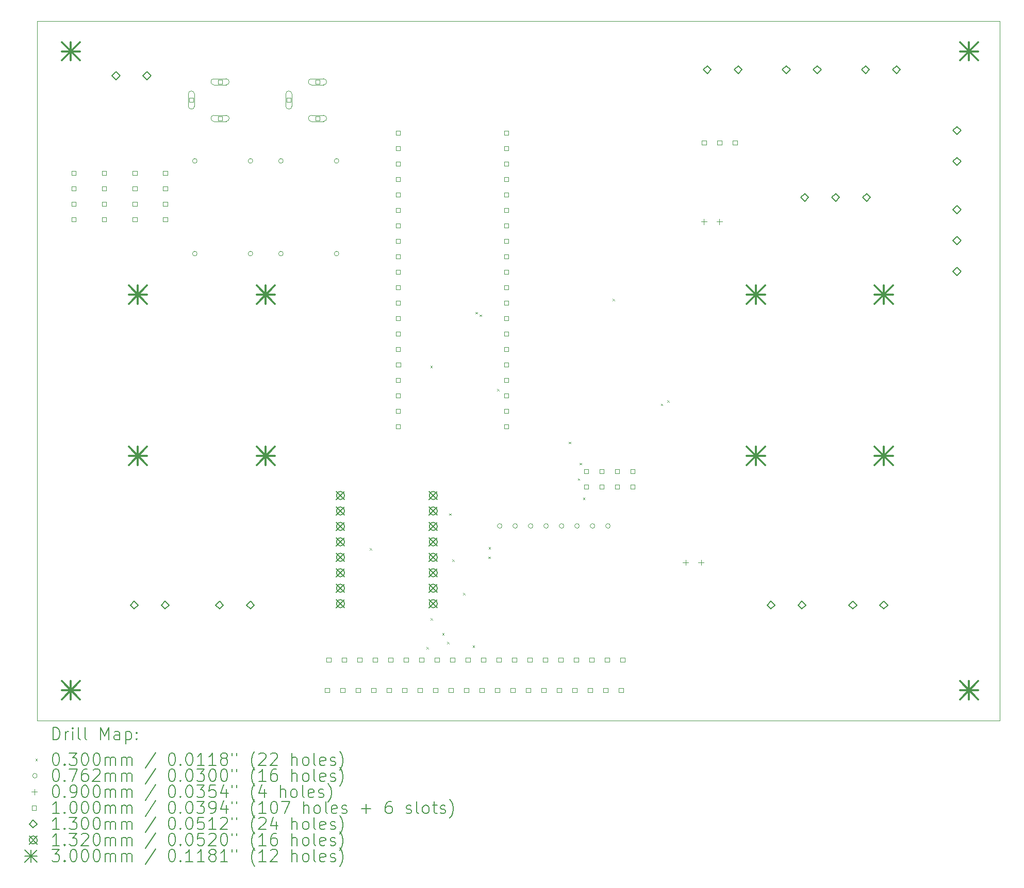
<source format=gbr>
%TF.GenerationSoftware,KiCad,Pcbnew,8.0.2-8.0.2-0~ubuntu22.04.1*%
%TF.CreationDate,2024-05-17T21:05:10+02:00*%
%TF.ProjectId,car_pcb,6361725f-7063-4622-9e6b-696361645f70,rev?*%
%TF.SameCoordinates,Original*%
%TF.FileFunction,Drillmap*%
%TF.FilePolarity,Positive*%
%FSLAX45Y45*%
G04 Gerber Fmt 4.5, Leading zero omitted, Abs format (unit mm)*
G04 Created by KiCad (PCBNEW 8.0.2-8.0.2-0~ubuntu22.04.1) date 2024-05-17 21:05:10*
%MOMM*%
%LPD*%
G01*
G04 APERTURE LIST*
%ADD10C,0.050000*%
%ADD11C,0.200000*%
%ADD12C,0.100000*%
%ADD13C,0.130000*%
%ADD14C,0.132000*%
%ADD15C,0.300000*%
G04 APERTURE END LIST*
D10*
X2000000Y-1500000D02*
X17800000Y-1500000D01*
X17800000Y-13000000D01*
X2000000Y-13000000D01*
X2000000Y-1500000D01*
D11*
D12*
X7458460Y-10164770D02*
X7488460Y-10194770D01*
X7488460Y-10164770D02*
X7458460Y-10194770D01*
X8390490Y-11791960D02*
X8420490Y-11821960D01*
X8420490Y-11791960D02*
X8390490Y-11821960D01*
X8453510Y-7170620D02*
X8483510Y-7200620D01*
X8483510Y-7170620D02*
X8453510Y-7200620D01*
X8460920Y-11316760D02*
X8490920Y-11346760D01*
X8490920Y-11316760D02*
X8460920Y-11346760D01*
X8647760Y-11564150D02*
X8677760Y-11594150D01*
X8677760Y-11564150D02*
X8647760Y-11594150D01*
X8729170Y-11704780D02*
X8759170Y-11734780D01*
X8759170Y-11704780D02*
X8729170Y-11734780D01*
X8761350Y-9595250D02*
X8791350Y-9625250D01*
X8791350Y-9595250D02*
X8761350Y-9625250D01*
X8813720Y-10350220D02*
X8843720Y-10380220D01*
X8843720Y-10350220D02*
X8813720Y-10380220D01*
X8993400Y-10903030D02*
X9023400Y-10933030D01*
X9023400Y-10903030D02*
X8993400Y-10933030D01*
X9149460Y-11765100D02*
X9179460Y-11795100D01*
X9179460Y-11765100D02*
X9149460Y-11795100D01*
X9194270Y-6283080D02*
X9224270Y-6313080D01*
X9224270Y-6283080D02*
X9194270Y-6313080D01*
X9265080Y-6327030D02*
X9295080Y-6357030D01*
X9295080Y-6327030D02*
X9265080Y-6357030D01*
X9405630Y-10304450D02*
X9435630Y-10334450D01*
X9435630Y-10304450D02*
X9405630Y-10334450D01*
X9410830Y-10150310D02*
X9440830Y-10180310D01*
X9440830Y-10150310D02*
X9410830Y-10180310D01*
X9548670Y-7549000D02*
X9578670Y-7579000D01*
X9578670Y-7549000D02*
X9548670Y-7579000D01*
X10727700Y-8416940D02*
X10757700Y-8446940D01*
X10757700Y-8416940D02*
X10727700Y-8446940D01*
X10877320Y-9017430D02*
X10907320Y-9047430D01*
X10907320Y-9017430D02*
X10877320Y-9047430D01*
X10907590Y-8764050D02*
X10937590Y-8794050D01*
X10937590Y-8764050D02*
X10907590Y-8794050D01*
X10959600Y-9337630D02*
X10989600Y-9367630D01*
X10989600Y-9337630D02*
X10959600Y-9367630D01*
X11448620Y-6067290D02*
X11478620Y-6097290D01*
X11478620Y-6067290D02*
X11448620Y-6097290D01*
X12240010Y-7792050D02*
X12270010Y-7822050D01*
X12270010Y-7792050D02*
X12240010Y-7822050D01*
X12346580Y-7737160D02*
X12376580Y-7767160D01*
X12376580Y-7737160D02*
X12346580Y-7767160D01*
X4624100Y-3800000D02*
G75*
G02*
X4547900Y-3800000I-38100J0D01*
G01*
X4547900Y-3800000D02*
G75*
G02*
X4624100Y-3800000I38100J0D01*
G01*
X4624100Y-5324000D02*
G75*
G02*
X4547900Y-5324000I-38100J0D01*
G01*
X4547900Y-5324000D02*
G75*
G02*
X4624100Y-5324000I38100J0D01*
G01*
X5538100Y-3800000D02*
G75*
G02*
X5461900Y-3800000I-38100J0D01*
G01*
X5461900Y-3800000D02*
G75*
G02*
X5538100Y-3800000I38100J0D01*
G01*
X5538100Y-5324000D02*
G75*
G02*
X5461900Y-5324000I-38100J0D01*
G01*
X5461900Y-5324000D02*
G75*
G02*
X5538100Y-5324000I38100J0D01*
G01*
X6038100Y-3800000D02*
G75*
G02*
X5961900Y-3800000I-38100J0D01*
G01*
X5961900Y-3800000D02*
G75*
G02*
X6038100Y-3800000I38100J0D01*
G01*
X6038100Y-5324000D02*
G75*
G02*
X5961900Y-5324000I-38100J0D01*
G01*
X5961900Y-5324000D02*
G75*
G02*
X6038100Y-5324000I38100J0D01*
G01*
X6952100Y-3800000D02*
G75*
G02*
X6875900Y-3800000I-38100J0D01*
G01*
X6875900Y-3800000D02*
G75*
G02*
X6952100Y-3800000I38100J0D01*
G01*
X6952100Y-5324000D02*
G75*
G02*
X6875900Y-5324000I-38100J0D01*
G01*
X6875900Y-5324000D02*
G75*
G02*
X6952100Y-5324000I38100J0D01*
G01*
X9630100Y-9800000D02*
G75*
G02*
X9553900Y-9800000I-38100J0D01*
G01*
X9553900Y-9800000D02*
G75*
G02*
X9630100Y-9800000I38100J0D01*
G01*
X9884100Y-9800000D02*
G75*
G02*
X9807900Y-9800000I-38100J0D01*
G01*
X9807900Y-9800000D02*
G75*
G02*
X9884100Y-9800000I38100J0D01*
G01*
X10138100Y-9800000D02*
G75*
G02*
X10061900Y-9800000I-38100J0D01*
G01*
X10061900Y-9800000D02*
G75*
G02*
X10138100Y-9800000I38100J0D01*
G01*
X10392100Y-9800000D02*
G75*
G02*
X10315900Y-9800000I-38100J0D01*
G01*
X10315900Y-9800000D02*
G75*
G02*
X10392100Y-9800000I38100J0D01*
G01*
X10646100Y-9800000D02*
G75*
G02*
X10569900Y-9800000I-38100J0D01*
G01*
X10569900Y-9800000D02*
G75*
G02*
X10646100Y-9800000I38100J0D01*
G01*
X10900100Y-9800000D02*
G75*
G02*
X10823900Y-9800000I-38100J0D01*
G01*
X10823900Y-9800000D02*
G75*
G02*
X10900100Y-9800000I38100J0D01*
G01*
X11154100Y-9800000D02*
G75*
G02*
X11077900Y-9800000I-38100J0D01*
G01*
X11077900Y-9800000D02*
G75*
G02*
X11154100Y-9800000I38100J0D01*
G01*
X11408100Y-9800000D02*
G75*
G02*
X11331900Y-9800000I-38100J0D01*
G01*
X11331900Y-9800000D02*
G75*
G02*
X11408100Y-9800000I38100J0D01*
G01*
X12646000Y-10355000D02*
X12646000Y-10445000D01*
X12601000Y-10400000D02*
X12691000Y-10400000D01*
X12900000Y-10355000D02*
X12900000Y-10445000D01*
X12855000Y-10400000D02*
X12945000Y-10400000D01*
X12946000Y-4755000D02*
X12946000Y-4845000D01*
X12901000Y-4800000D02*
X12991000Y-4800000D01*
X13200000Y-4755000D02*
X13200000Y-4845000D01*
X13155000Y-4800000D02*
X13245000Y-4800000D01*
X2635356Y-4035356D02*
X2635356Y-3964644D01*
X2564644Y-3964644D01*
X2564644Y-4035356D01*
X2635356Y-4035356D01*
X2635356Y-4289356D02*
X2635356Y-4218644D01*
X2564644Y-4218644D01*
X2564644Y-4289356D01*
X2635356Y-4289356D01*
X2635356Y-4543356D02*
X2635356Y-4472644D01*
X2564644Y-4472644D01*
X2564644Y-4543356D01*
X2635356Y-4543356D01*
X2635356Y-4797356D02*
X2635356Y-4726644D01*
X2564644Y-4726644D01*
X2564644Y-4797356D01*
X2635356Y-4797356D01*
X3135356Y-4035356D02*
X3135356Y-3964644D01*
X3064644Y-3964644D01*
X3064644Y-4035356D01*
X3135356Y-4035356D01*
X3135356Y-4289356D02*
X3135356Y-4218644D01*
X3064644Y-4218644D01*
X3064644Y-4289356D01*
X3135356Y-4289356D01*
X3135356Y-4543356D02*
X3135356Y-4472644D01*
X3064644Y-4472644D01*
X3064644Y-4543356D01*
X3135356Y-4543356D01*
X3135356Y-4797356D02*
X3135356Y-4726644D01*
X3064644Y-4726644D01*
X3064644Y-4797356D01*
X3135356Y-4797356D01*
X3635356Y-4035356D02*
X3635356Y-3964644D01*
X3564644Y-3964644D01*
X3564644Y-4035356D01*
X3635356Y-4035356D01*
X3635356Y-4289356D02*
X3635356Y-4218644D01*
X3564644Y-4218644D01*
X3564644Y-4289356D01*
X3635356Y-4289356D01*
X3635356Y-4543356D02*
X3635356Y-4472644D01*
X3564644Y-4472644D01*
X3564644Y-4543356D01*
X3635356Y-4543356D01*
X3635356Y-4797356D02*
X3635356Y-4726644D01*
X3564644Y-4726644D01*
X3564644Y-4797356D01*
X3635356Y-4797356D01*
X4135356Y-4035356D02*
X4135356Y-3964644D01*
X4064644Y-3964644D01*
X4064644Y-4035356D01*
X4135356Y-4035356D01*
X4135356Y-4289356D02*
X4135356Y-4218644D01*
X4064644Y-4218644D01*
X4064644Y-4289356D01*
X4135356Y-4289356D01*
X4135356Y-4543356D02*
X4135356Y-4472644D01*
X4064644Y-4472644D01*
X4064644Y-4543356D01*
X4135356Y-4543356D01*
X4135356Y-4797356D02*
X4135356Y-4726644D01*
X4064644Y-4726644D01*
X4064644Y-4797356D01*
X4135356Y-4797356D01*
X4565356Y-2835356D02*
X4565356Y-2764644D01*
X4494644Y-2764644D01*
X4494644Y-2835356D01*
X4565356Y-2835356D01*
X4480000Y-2700000D02*
X4480000Y-2900000D01*
X4580000Y-2900000D02*
G75*
G02*
X4480000Y-2900000I-50000J0D01*
G01*
X4580000Y-2900000D02*
X4580000Y-2700000D01*
X4580000Y-2700000D02*
G75*
G03*
X4480000Y-2700000I-50000J0D01*
G01*
X5035356Y-2535356D02*
X5035356Y-2464644D01*
X4964644Y-2464644D01*
X4964644Y-2535356D01*
X5035356Y-2535356D01*
X5100000Y-2450000D02*
X4900000Y-2450000D01*
X4900000Y-2550000D02*
G75*
G02*
X4900000Y-2450000I0J50000D01*
G01*
X4900000Y-2550000D02*
X5100000Y-2550000D01*
X5100000Y-2550000D02*
G75*
G03*
X5100000Y-2450000I0J50000D01*
G01*
X5035356Y-3135356D02*
X5035356Y-3064644D01*
X4964644Y-3064644D01*
X4964644Y-3135356D01*
X5035356Y-3135356D01*
X5100000Y-3050000D02*
X4900000Y-3050000D01*
X4900000Y-3150000D02*
G75*
G02*
X4900000Y-3050000I0J50000D01*
G01*
X4900000Y-3150000D02*
X5100000Y-3150000D01*
X5100000Y-3150000D02*
G75*
G03*
X5100000Y-3050000I0J50000D01*
G01*
X6165356Y-2835356D02*
X6165356Y-2764644D01*
X6094644Y-2764644D01*
X6094644Y-2835356D01*
X6165356Y-2835356D01*
X6080000Y-2700000D02*
X6080000Y-2900000D01*
X6180000Y-2900000D02*
G75*
G02*
X6080000Y-2900000I-50000J0D01*
G01*
X6180000Y-2900000D02*
X6180000Y-2700000D01*
X6180000Y-2700000D02*
G75*
G03*
X6080000Y-2700000I-50000J0D01*
G01*
X6635356Y-2535356D02*
X6635356Y-2464644D01*
X6564644Y-2464644D01*
X6564644Y-2535356D01*
X6635356Y-2535356D01*
X6700000Y-2450000D02*
X6500000Y-2450000D01*
X6500000Y-2550000D02*
G75*
G02*
X6500000Y-2450000I0J50000D01*
G01*
X6500000Y-2550000D02*
X6700000Y-2550000D01*
X6700000Y-2550000D02*
G75*
G03*
X6700000Y-2450000I0J50000D01*
G01*
X6635356Y-3135356D02*
X6635356Y-3064644D01*
X6564644Y-3064644D01*
X6564644Y-3135356D01*
X6635356Y-3135356D01*
X6700000Y-3050000D02*
X6500000Y-3050000D01*
X6500000Y-3150000D02*
G75*
G02*
X6500000Y-3050000I0J50000D01*
G01*
X6500000Y-3150000D02*
X6700000Y-3150000D01*
X6700000Y-3150000D02*
G75*
G03*
X6700000Y-3050000I0J50000D01*
G01*
X6795356Y-12535356D02*
X6795356Y-12464644D01*
X6724644Y-12464644D01*
X6724644Y-12535356D01*
X6795356Y-12535356D01*
X6819356Y-12035356D02*
X6819356Y-11964644D01*
X6748644Y-11964644D01*
X6748644Y-12035356D01*
X6819356Y-12035356D01*
X7049356Y-12535356D02*
X7049356Y-12464644D01*
X6978644Y-12464644D01*
X6978644Y-12535356D01*
X7049356Y-12535356D01*
X7073356Y-12035356D02*
X7073356Y-11964644D01*
X7002644Y-11964644D01*
X7002644Y-12035356D01*
X7073356Y-12035356D01*
X7303356Y-12535356D02*
X7303356Y-12464644D01*
X7232644Y-12464644D01*
X7232644Y-12535356D01*
X7303356Y-12535356D01*
X7327356Y-12035356D02*
X7327356Y-11964644D01*
X7256644Y-11964644D01*
X7256644Y-12035356D01*
X7327356Y-12035356D01*
X7557356Y-12535356D02*
X7557356Y-12464644D01*
X7486644Y-12464644D01*
X7486644Y-12535356D01*
X7557356Y-12535356D01*
X7581356Y-12035356D02*
X7581356Y-11964644D01*
X7510644Y-11964644D01*
X7510644Y-12035356D01*
X7581356Y-12035356D01*
X7811356Y-12535356D02*
X7811356Y-12464644D01*
X7740644Y-12464644D01*
X7740644Y-12535356D01*
X7811356Y-12535356D01*
X7835356Y-12035356D02*
X7835356Y-11964644D01*
X7764644Y-11964644D01*
X7764644Y-12035356D01*
X7835356Y-12035356D01*
X7957356Y-3373356D02*
X7957356Y-3302644D01*
X7886644Y-3302644D01*
X7886644Y-3373356D01*
X7957356Y-3373356D01*
X7957356Y-3627356D02*
X7957356Y-3556644D01*
X7886644Y-3556644D01*
X7886644Y-3627356D01*
X7957356Y-3627356D01*
X7957356Y-3881356D02*
X7957356Y-3810644D01*
X7886644Y-3810644D01*
X7886644Y-3881356D01*
X7957356Y-3881356D01*
X7957356Y-4135356D02*
X7957356Y-4064644D01*
X7886644Y-4064644D01*
X7886644Y-4135356D01*
X7957356Y-4135356D01*
X7957356Y-4389356D02*
X7957356Y-4318644D01*
X7886644Y-4318644D01*
X7886644Y-4389356D01*
X7957356Y-4389356D01*
X7957356Y-4643356D02*
X7957356Y-4572644D01*
X7886644Y-4572644D01*
X7886644Y-4643356D01*
X7957356Y-4643356D01*
X7957356Y-4897356D02*
X7957356Y-4826644D01*
X7886644Y-4826644D01*
X7886644Y-4897356D01*
X7957356Y-4897356D01*
X7957356Y-5151356D02*
X7957356Y-5080644D01*
X7886644Y-5080644D01*
X7886644Y-5151356D01*
X7957356Y-5151356D01*
X7957356Y-5405356D02*
X7957356Y-5334644D01*
X7886644Y-5334644D01*
X7886644Y-5405356D01*
X7957356Y-5405356D01*
X7957356Y-5659356D02*
X7957356Y-5588644D01*
X7886644Y-5588644D01*
X7886644Y-5659356D01*
X7957356Y-5659356D01*
X7957356Y-5913356D02*
X7957356Y-5842644D01*
X7886644Y-5842644D01*
X7886644Y-5913356D01*
X7957356Y-5913356D01*
X7957356Y-6167356D02*
X7957356Y-6096644D01*
X7886644Y-6096644D01*
X7886644Y-6167356D01*
X7957356Y-6167356D01*
X7957356Y-6421356D02*
X7957356Y-6350644D01*
X7886644Y-6350644D01*
X7886644Y-6421356D01*
X7957356Y-6421356D01*
X7957356Y-6675356D02*
X7957356Y-6604644D01*
X7886644Y-6604644D01*
X7886644Y-6675356D01*
X7957356Y-6675356D01*
X7957356Y-6929356D02*
X7957356Y-6858644D01*
X7886644Y-6858644D01*
X7886644Y-6929356D01*
X7957356Y-6929356D01*
X7957356Y-7437356D02*
X7957356Y-7366644D01*
X7886644Y-7366644D01*
X7886644Y-7437356D01*
X7957356Y-7437356D01*
X7957356Y-7691356D02*
X7957356Y-7620644D01*
X7886644Y-7620644D01*
X7886644Y-7691356D01*
X7957356Y-7691356D01*
X7957356Y-7945356D02*
X7957356Y-7874644D01*
X7886644Y-7874644D01*
X7886644Y-7945356D01*
X7957356Y-7945356D01*
X7957356Y-8199356D02*
X7957356Y-8128644D01*
X7886644Y-8128644D01*
X7886644Y-8199356D01*
X7957356Y-8199356D01*
X7961544Y-7183356D02*
X7961544Y-7112644D01*
X7890832Y-7112644D01*
X7890832Y-7183356D01*
X7961544Y-7183356D01*
X8065356Y-12535356D02*
X8065356Y-12464644D01*
X7994644Y-12464644D01*
X7994644Y-12535356D01*
X8065356Y-12535356D01*
X8089356Y-12035356D02*
X8089356Y-11964644D01*
X8018644Y-11964644D01*
X8018644Y-12035356D01*
X8089356Y-12035356D01*
X8319356Y-12535356D02*
X8319356Y-12464644D01*
X8248644Y-12464644D01*
X8248644Y-12535356D01*
X8319356Y-12535356D01*
X8343356Y-12035356D02*
X8343356Y-11964644D01*
X8272644Y-11964644D01*
X8272644Y-12035356D01*
X8343356Y-12035356D01*
X8573356Y-12535356D02*
X8573356Y-12464644D01*
X8502644Y-12464644D01*
X8502644Y-12535356D01*
X8573356Y-12535356D01*
X8597356Y-12035356D02*
X8597356Y-11964644D01*
X8526644Y-11964644D01*
X8526644Y-12035356D01*
X8597356Y-12035356D01*
X8827356Y-12535356D02*
X8827356Y-12464644D01*
X8756644Y-12464644D01*
X8756644Y-12535356D01*
X8827356Y-12535356D01*
X8851356Y-12035356D02*
X8851356Y-11964644D01*
X8780644Y-11964644D01*
X8780644Y-12035356D01*
X8851356Y-12035356D01*
X9081356Y-12535356D02*
X9081356Y-12464644D01*
X9010644Y-12464644D01*
X9010644Y-12535356D01*
X9081356Y-12535356D01*
X9105356Y-12035356D02*
X9105356Y-11964644D01*
X9034644Y-11964644D01*
X9034644Y-12035356D01*
X9105356Y-12035356D01*
X9335356Y-12535356D02*
X9335356Y-12464644D01*
X9264644Y-12464644D01*
X9264644Y-12535356D01*
X9335356Y-12535356D01*
X9359356Y-12035356D02*
X9359356Y-11964644D01*
X9288644Y-11964644D01*
X9288644Y-12035356D01*
X9359356Y-12035356D01*
X9589356Y-12535356D02*
X9589356Y-12464644D01*
X9518644Y-12464644D01*
X9518644Y-12535356D01*
X9589356Y-12535356D01*
X9613356Y-12035356D02*
X9613356Y-11964644D01*
X9542644Y-11964644D01*
X9542644Y-12035356D01*
X9613356Y-12035356D01*
X9735356Y-3373356D02*
X9735356Y-3302644D01*
X9664644Y-3302644D01*
X9664644Y-3373356D01*
X9735356Y-3373356D01*
X9735356Y-3627356D02*
X9735356Y-3556644D01*
X9664644Y-3556644D01*
X9664644Y-3627356D01*
X9735356Y-3627356D01*
X9735356Y-3881356D02*
X9735356Y-3810644D01*
X9664644Y-3810644D01*
X9664644Y-3881356D01*
X9735356Y-3881356D01*
X9735356Y-4135356D02*
X9735356Y-4064644D01*
X9664644Y-4064644D01*
X9664644Y-4135356D01*
X9735356Y-4135356D01*
X9735356Y-4389356D02*
X9735356Y-4318644D01*
X9664644Y-4318644D01*
X9664644Y-4389356D01*
X9735356Y-4389356D01*
X9735356Y-4643356D02*
X9735356Y-4572644D01*
X9664644Y-4572644D01*
X9664644Y-4643356D01*
X9735356Y-4643356D01*
X9735356Y-4897356D02*
X9735356Y-4826644D01*
X9664644Y-4826644D01*
X9664644Y-4897356D01*
X9735356Y-4897356D01*
X9735356Y-5151356D02*
X9735356Y-5080644D01*
X9664644Y-5080644D01*
X9664644Y-5151356D01*
X9735356Y-5151356D01*
X9735356Y-5405356D02*
X9735356Y-5334644D01*
X9664644Y-5334644D01*
X9664644Y-5405356D01*
X9735356Y-5405356D01*
X9735356Y-5659356D02*
X9735356Y-5588644D01*
X9664644Y-5588644D01*
X9664644Y-5659356D01*
X9735356Y-5659356D01*
X9735356Y-5913356D02*
X9735356Y-5842644D01*
X9664644Y-5842644D01*
X9664644Y-5913356D01*
X9735356Y-5913356D01*
X9735356Y-6167356D02*
X9735356Y-6096644D01*
X9664644Y-6096644D01*
X9664644Y-6167356D01*
X9735356Y-6167356D01*
X9735356Y-6421356D02*
X9735356Y-6350644D01*
X9664644Y-6350644D01*
X9664644Y-6421356D01*
X9735356Y-6421356D01*
X9735356Y-6675356D02*
X9735356Y-6604644D01*
X9664644Y-6604644D01*
X9664644Y-6675356D01*
X9735356Y-6675356D01*
X9735356Y-6929356D02*
X9735356Y-6858644D01*
X9664644Y-6858644D01*
X9664644Y-6929356D01*
X9735356Y-6929356D01*
X9735356Y-7183356D02*
X9735356Y-7112644D01*
X9664644Y-7112644D01*
X9664644Y-7183356D01*
X9735356Y-7183356D01*
X9735356Y-7437356D02*
X9735356Y-7366644D01*
X9664644Y-7366644D01*
X9664644Y-7437356D01*
X9735356Y-7437356D01*
X9735356Y-7691356D02*
X9735356Y-7620644D01*
X9664644Y-7620644D01*
X9664644Y-7691356D01*
X9735356Y-7691356D01*
X9735356Y-7945356D02*
X9735356Y-7874644D01*
X9664644Y-7874644D01*
X9664644Y-7945356D01*
X9735356Y-7945356D01*
X9735356Y-8199356D02*
X9735356Y-8128644D01*
X9664644Y-8128644D01*
X9664644Y-8199356D01*
X9735356Y-8199356D01*
X9843356Y-12535356D02*
X9843356Y-12464644D01*
X9772644Y-12464644D01*
X9772644Y-12535356D01*
X9843356Y-12535356D01*
X9867356Y-12035356D02*
X9867356Y-11964644D01*
X9796644Y-11964644D01*
X9796644Y-12035356D01*
X9867356Y-12035356D01*
X10097356Y-12535356D02*
X10097356Y-12464644D01*
X10026644Y-12464644D01*
X10026644Y-12535356D01*
X10097356Y-12535356D01*
X10121356Y-12035356D02*
X10121356Y-11964644D01*
X10050644Y-11964644D01*
X10050644Y-12035356D01*
X10121356Y-12035356D01*
X10351356Y-12535356D02*
X10351356Y-12464644D01*
X10280644Y-12464644D01*
X10280644Y-12535356D01*
X10351356Y-12535356D01*
X10375356Y-12035356D02*
X10375356Y-11964644D01*
X10304644Y-11964644D01*
X10304644Y-12035356D01*
X10375356Y-12035356D01*
X10605356Y-12535356D02*
X10605356Y-12464644D01*
X10534644Y-12464644D01*
X10534644Y-12535356D01*
X10605356Y-12535356D01*
X10629356Y-12035356D02*
X10629356Y-11964644D01*
X10558644Y-11964644D01*
X10558644Y-12035356D01*
X10629356Y-12035356D01*
X10859356Y-12535356D02*
X10859356Y-12464644D01*
X10788644Y-12464644D01*
X10788644Y-12535356D01*
X10859356Y-12535356D01*
X10883356Y-12035356D02*
X10883356Y-11964644D01*
X10812644Y-11964644D01*
X10812644Y-12035356D01*
X10883356Y-12035356D01*
X11049356Y-8935356D02*
X11049356Y-8864644D01*
X10978644Y-8864644D01*
X10978644Y-8935356D01*
X11049356Y-8935356D01*
X11049356Y-9189356D02*
X11049356Y-9118644D01*
X10978644Y-9118644D01*
X10978644Y-9189356D01*
X11049356Y-9189356D01*
X11113356Y-12535356D02*
X11113356Y-12464644D01*
X11042644Y-12464644D01*
X11042644Y-12535356D01*
X11113356Y-12535356D01*
X11137356Y-12035356D02*
X11137356Y-11964644D01*
X11066644Y-11964644D01*
X11066644Y-12035356D01*
X11137356Y-12035356D01*
X11303356Y-8935356D02*
X11303356Y-8864644D01*
X11232644Y-8864644D01*
X11232644Y-8935356D01*
X11303356Y-8935356D01*
X11303356Y-9189356D02*
X11303356Y-9118644D01*
X11232644Y-9118644D01*
X11232644Y-9189356D01*
X11303356Y-9189356D01*
X11367356Y-12535356D02*
X11367356Y-12464644D01*
X11296644Y-12464644D01*
X11296644Y-12535356D01*
X11367356Y-12535356D01*
X11391356Y-12035356D02*
X11391356Y-11964644D01*
X11320644Y-11964644D01*
X11320644Y-12035356D01*
X11391356Y-12035356D01*
X11557356Y-8935356D02*
X11557356Y-8864644D01*
X11486644Y-8864644D01*
X11486644Y-8935356D01*
X11557356Y-8935356D01*
X11557356Y-9189356D02*
X11557356Y-9118644D01*
X11486644Y-9118644D01*
X11486644Y-9189356D01*
X11557356Y-9189356D01*
X11621356Y-12535356D02*
X11621356Y-12464644D01*
X11550644Y-12464644D01*
X11550644Y-12535356D01*
X11621356Y-12535356D01*
X11645356Y-12035356D02*
X11645356Y-11964644D01*
X11574644Y-11964644D01*
X11574644Y-12035356D01*
X11645356Y-12035356D01*
X11811356Y-8935356D02*
X11811356Y-8864644D01*
X11740644Y-8864644D01*
X11740644Y-8935356D01*
X11811356Y-8935356D01*
X11811356Y-9189356D02*
X11811356Y-9118644D01*
X11740644Y-9118644D01*
X11740644Y-9189356D01*
X11811356Y-9189356D01*
X12982856Y-3535356D02*
X12982856Y-3464644D01*
X12912144Y-3464644D01*
X12912144Y-3535356D01*
X12982856Y-3535356D01*
X13236856Y-3535356D02*
X13236856Y-3464644D01*
X13166144Y-3464644D01*
X13166144Y-3535356D01*
X13236856Y-3535356D01*
X13490856Y-3535356D02*
X13490856Y-3464644D01*
X13420144Y-3464644D01*
X13420144Y-3535356D01*
X13490856Y-3535356D01*
D13*
X3292000Y-2465000D02*
X3357000Y-2400000D01*
X3292000Y-2335000D01*
X3227000Y-2400000D01*
X3292000Y-2465000D01*
X3592000Y-11165000D02*
X3657000Y-11100000D01*
X3592000Y-11035000D01*
X3527000Y-11100000D01*
X3592000Y-11165000D01*
X3800000Y-2465000D02*
X3865000Y-2400000D01*
X3800000Y-2335000D01*
X3735000Y-2400000D01*
X3800000Y-2465000D01*
X4100000Y-11165000D02*
X4165000Y-11100000D01*
X4100000Y-11035000D01*
X4035000Y-11100000D01*
X4100000Y-11165000D01*
X4992000Y-11165000D02*
X5057000Y-11100000D01*
X4992000Y-11035000D01*
X4927000Y-11100000D01*
X4992000Y-11165000D01*
X5500000Y-11165000D02*
X5565000Y-11100000D01*
X5500000Y-11035000D01*
X5435000Y-11100000D01*
X5500000Y-11165000D01*
X13000000Y-2365000D02*
X13065000Y-2300000D01*
X13000000Y-2235000D01*
X12935000Y-2300000D01*
X13000000Y-2365000D01*
X13508000Y-2365000D02*
X13573000Y-2300000D01*
X13508000Y-2235000D01*
X13443000Y-2300000D01*
X13508000Y-2365000D01*
X14046500Y-11165000D02*
X14111500Y-11100000D01*
X14046500Y-11035000D01*
X13981500Y-11100000D01*
X14046500Y-11165000D01*
X14300000Y-2365000D02*
X14365000Y-2300000D01*
X14300000Y-2235000D01*
X14235000Y-2300000D01*
X14300000Y-2365000D01*
X14554500Y-11165000D02*
X14619500Y-11100000D01*
X14554500Y-11035000D01*
X14489500Y-11100000D01*
X14554500Y-11165000D01*
X14600000Y-4465000D02*
X14665000Y-4400000D01*
X14600000Y-4335000D01*
X14535000Y-4400000D01*
X14600000Y-4465000D01*
X14808000Y-2365000D02*
X14873000Y-2300000D01*
X14808000Y-2235000D01*
X14743000Y-2300000D01*
X14808000Y-2365000D01*
X15108000Y-4465000D02*
X15173000Y-4400000D01*
X15108000Y-4335000D01*
X15043000Y-4400000D01*
X15108000Y-4465000D01*
X15392000Y-11165000D02*
X15457000Y-11100000D01*
X15392000Y-11035000D01*
X15327000Y-11100000D01*
X15392000Y-11165000D01*
X15600000Y-2365000D02*
X15665000Y-2300000D01*
X15600000Y-2235000D01*
X15535000Y-2300000D01*
X15600000Y-2365000D01*
X15616000Y-4465000D02*
X15681000Y-4400000D01*
X15616000Y-4335000D01*
X15551000Y-4400000D01*
X15616000Y-4465000D01*
X15900000Y-11165000D02*
X15965000Y-11100000D01*
X15900000Y-11035000D01*
X15835000Y-11100000D01*
X15900000Y-11165000D01*
X16108000Y-2365000D02*
X16173000Y-2300000D01*
X16108000Y-2235000D01*
X16043000Y-2300000D01*
X16108000Y-2365000D01*
X17100000Y-3365000D02*
X17165000Y-3300000D01*
X17100000Y-3235000D01*
X17035000Y-3300000D01*
X17100000Y-3365000D01*
X17100000Y-3873000D02*
X17165000Y-3808000D01*
X17100000Y-3743000D01*
X17035000Y-3808000D01*
X17100000Y-3873000D01*
X17100000Y-4665000D02*
X17165000Y-4600000D01*
X17100000Y-4535000D01*
X17035000Y-4600000D01*
X17100000Y-4665000D01*
X17100000Y-5173000D02*
X17165000Y-5108000D01*
X17100000Y-5043000D01*
X17035000Y-5108000D01*
X17100000Y-5173000D01*
X17100000Y-5681000D02*
X17165000Y-5616000D01*
X17100000Y-5551000D01*
X17035000Y-5616000D01*
X17100000Y-5681000D01*
D14*
X6910000Y-9234000D02*
X7042000Y-9366000D01*
X7042000Y-9234000D02*
X6910000Y-9366000D01*
X7042000Y-9300000D02*
G75*
G02*
X6910000Y-9300000I-66000J0D01*
G01*
X6910000Y-9300000D02*
G75*
G02*
X7042000Y-9300000I66000J0D01*
G01*
X6910000Y-9488000D02*
X7042000Y-9620000D01*
X7042000Y-9488000D02*
X6910000Y-9620000D01*
X7042000Y-9554000D02*
G75*
G02*
X6910000Y-9554000I-66000J0D01*
G01*
X6910000Y-9554000D02*
G75*
G02*
X7042000Y-9554000I66000J0D01*
G01*
X6910000Y-9742000D02*
X7042000Y-9874000D01*
X7042000Y-9742000D02*
X6910000Y-9874000D01*
X7042000Y-9808000D02*
G75*
G02*
X6910000Y-9808000I-66000J0D01*
G01*
X6910000Y-9808000D02*
G75*
G02*
X7042000Y-9808000I66000J0D01*
G01*
X6910000Y-9996000D02*
X7042000Y-10128000D01*
X7042000Y-9996000D02*
X6910000Y-10128000D01*
X7042000Y-10062000D02*
G75*
G02*
X6910000Y-10062000I-66000J0D01*
G01*
X6910000Y-10062000D02*
G75*
G02*
X7042000Y-10062000I66000J0D01*
G01*
X6910000Y-10250000D02*
X7042000Y-10382000D01*
X7042000Y-10250000D02*
X6910000Y-10382000D01*
X7042000Y-10316000D02*
G75*
G02*
X6910000Y-10316000I-66000J0D01*
G01*
X6910000Y-10316000D02*
G75*
G02*
X7042000Y-10316000I66000J0D01*
G01*
X6910000Y-10504000D02*
X7042000Y-10636000D01*
X7042000Y-10504000D02*
X6910000Y-10636000D01*
X7042000Y-10570000D02*
G75*
G02*
X6910000Y-10570000I-66000J0D01*
G01*
X6910000Y-10570000D02*
G75*
G02*
X7042000Y-10570000I66000J0D01*
G01*
X6910000Y-10758000D02*
X7042000Y-10890000D01*
X7042000Y-10758000D02*
X6910000Y-10890000D01*
X7042000Y-10824000D02*
G75*
G02*
X6910000Y-10824000I-66000J0D01*
G01*
X6910000Y-10824000D02*
G75*
G02*
X7042000Y-10824000I66000J0D01*
G01*
X6910000Y-11012000D02*
X7042000Y-11144000D01*
X7042000Y-11012000D02*
X6910000Y-11144000D01*
X7042000Y-11078000D02*
G75*
G02*
X6910000Y-11078000I-66000J0D01*
G01*
X6910000Y-11078000D02*
G75*
G02*
X7042000Y-11078000I66000J0D01*
G01*
X8434000Y-9234000D02*
X8566000Y-9366000D01*
X8566000Y-9234000D02*
X8434000Y-9366000D01*
X8566000Y-9300000D02*
G75*
G02*
X8434000Y-9300000I-66000J0D01*
G01*
X8434000Y-9300000D02*
G75*
G02*
X8566000Y-9300000I66000J0D01*
G01*
X8434000Y-9488000D02*
X8566000Y-9620000D01*
X8566000Y-9488000D02*
X8434000Y-9620000D01*
X8566000Y-9554000D02*
G75*
G02*
X8434000Y-9554000I-66000J0D01*
G01*
X8434000Y-9554000D02*
G75*
G02*
X8566000Y-9554000I66000J0D01*
G01*
X8434000Y-9742000D02*
X8566000Y-9874000D01*
X8566000Y-9742000D02*
X8434000Y-9874000D01*
X8566000Y-9808000D02*
G75*
G02*
X8434000Y-9808000I-66000J0D01*
G01*
X8434000Y-9808000D02*
G75*
G02*
X8566000Y-9808000I66000J0D01*
G01*
X8434000Y-9996000D02*
X8566000Y-10128000D01*
X8566000Y-9996000D02*
X8434000Y-10128000D01*
X8566000Y-10062000D02*
G75*
G02*
X8434000Y-10062000I-66000J0D01*
G01*
X8434000Y-10062000D02*
G75*
G02*
X8566000Y-10062000I66000J0D01*
G01*
X8434000Y-10250000D02*
X8566000Y-10382000D01*
X8566000Y-10250000D02*
X8434000Y-10382000D01*
X8566000Y-10316000D02*
G75*
G02*
X8434000Y-10316000I-66000J0D01*
G01*
X8434000Y-10316000D02*
G75*
G02*
X8566000Y-10316000I66000J0D01*
G01*
X8434000Y-10504000D02*
X8566000Y-10636000D01*
X8566000Y-10504000D02*
X8434000Y-10636000D01*
X8566000Y-10570000D02*
G75*
G02*
X8434000Y-10570000I-66000J0D01*
G01*
X8434000Y-10570000D02*
G75*
G02*
X8566000Y-10570000I66000J0D01*
G01*
X8434000Y-10758000D02*
X8566000Y-10890000D01*
X8566000Y-10758000D02*
X8434000Y-10890000D01*
X8566000Y-10824000D02*
G75*
G02*
X8434000Y-10824000I-66000J0D01*
G01*
X8434000Y-10824000D02*
G75*
G02*
X8566000Y-10824000I66000J0D01*
G01*
X8434000Y-11012000D02*
X8566000Y-11144000D01*
X8566000Y-11012000D02*
X8434000Y-11144000D01*
X8566000Y-11078000D02*
G75*
G02*
X8434000Y-11078000I-66000J0D01*
G01*
X8434000Y-11078000D02*
G75*
G02*
X8566000Y-11078000I66000J0D01*
G01*
D15*
X2400000Y-1850000D02*
X2700000Y-2150000D01*
X2700000Y-1850000D02*
X2400000Y-2150000D01*
X2550000Y-1850000D02*
X2550000Y-2150000D01*
X2400000Y-2000000D02*
X2700000Y-2000000D01*
X2400000Y-12350000D02*
X2700000Y-12650000D01*
X2700000Y-12350000D02*
X2400000Y-12650000D01*
X2550000Y-12350000D02*
X2550000Y-12650000D01*
X2400000Y-12500000D02*
X2700000Y-12500000D01*
X3500000Y-5850000D02*
X3800000Y-6150000D01*
X3800000Y-5850000D02*
X3500000Y-6150000D01*
X3650000Y-5850000D02*
X3650000Y-6150000D01*
X3500000Y-6000000D02*
X3800000Y-6000000D01*
X3500000Y-8500000D02*
X3800000Y-8800000D01*
X3800000Y-8500000D02*
X3500000Y-8800000D01*
X3650000Y-8500000D02*
X3650000Y-8800000D01*
X3500000Y-8650000D02*
X3800000Y-8650000D01*
X5600000Y-5850000D02*
X5900000Y-6150000D01*
X5900000Y-5850000D02*
X5600000Y-6150000D01*
X5750000Y-5850000D02*
X5750000Y-6150000D01*
X5600000Y-6000000D02*
X5900000Y-6000000D01*
X5600000Y-8500000D02*
X5900000Y-8800000D01*
X5900000Y-8500000D02*
X5600000Y-8800000D01*
X5750000Y-8500000D02*
X5750000Y-8800000D01*
X5600000Y-8650000D02*
X5900000Y-8650000D01*
X13650000Y-5850000D02*
X13950000Y-6150000D01*
X13950000Y-5850000D02*
X13650000Y-6150000D01*
X13800000Y-5850000D02*
X13800000Y-6150000D01*
X13650000Y-6000000D02*
X13950000Y-6000000D01*
X13650000Y-8500000D02*
X13950000Y-8800000D01*
X13950000Y-8500000D02*
X13650000Y-8800000D01*
X13800000Y-8500000D02*
X13800000Y-8800000D01*
X13650000Y-8650000D02*
X13950000Y-8650000D01*
X15750000Y-5850000D02*
X16050000Y-6150000D01*
X16050000Y-5850000D02*
X15750000Y-6150000D01*
X15900000Y-5850000D02*
X15900000Y-6150000D01*
X15750000Y-6000000D02*
X16050000Y-6000000D01*
X15750000Y-8500000D02*
X16050000Y-8800000D01*
X16050000Y-8500000D02*
X15750000Y-8800000D01*
X15900000Y-8500000D02*
X15900000Y-8800000D01*
X15750000Y-8650000D02*
X16050000Y-8650000D01*
X17150000Y-1850000D02*
X17450000Y-2150000D01*
X17450000Y-1850000D02*
X17150000Y-2150000D01*
X17300000Y-1850000D02*
X17300000Y-2150000D01*
X17150000Y-2000000D02*
X17450000Y-2000000D01*
X17150000Y-12350000D02*
X17450000Y-12650000D01*
X17450000Y-12350000D02*
X17150000Y-12650000D01*
X17300000Y-12350000D02*
X17300000Y-12650000D01*
X17150000Y-12500000D02*
X17450000Y-12500000D01*
D11*
X2258277Y-13313984D02*
X2258277Y-13113984D01*
X2258277Y-13113984D02*
X2305896Y-13113984D01*
X2305896Y-13113984D02*
X2334467Y-13123508D01*
X2334467Y-13123508D02*
X2353515Y-13142555D01*
X2353515Y-13142555D02*
X2363039Y-13161603D01*
X2363039Y-13161603D02*
X2372563Y-13199698D01*
X2372563Y-13199698D02*
X2372563Y-13228269D01*
X2372563Y-13228269D02*
X2363039Y-13266365D01*
X2363039Y-13266365D02*
X2353515Y-13285412D01*
X2353515Y-13285412D02*
X2334467Y-13304460D01*
X2334467Y-13304460D02*
X2305896Y-13313984D01*
X2305896Y-13313984D02*
X2258277Y-13313984D01*
X2458277Y-13313984D02*
X2458277Y-13180650D01*
X2458277Y-13218746D02*
X2467801Y-13199698D01*
X2467801Y-13199698D02*
X2477324Y-13190174D01*
X2477324Y-13190174D02*
X2496372Y-13180650D01*
X2496372Y-13180650D02*
X2515420Y-13180650D01*
X2582086Y-13313984D02*
X2582086Y-13180650D01*
X2582086Y-13113984D02*
X2572563Y-13123508D01*
X2572563Y-13123508D02*
X2582086Y-13133031D01*
X2582086Y-13133031D02*
X2591610Y-13123508D01*
X2591610Y-13123508D02*
X2582086Y-13113984D01*
X2582086Y-13113984D02*
X2582086Y-13133031D01*
X2705896Y-13313984D02*
X2686848Y-13304460D01*
X2686848Y-13304460D02*
X2677324Y-13285412D01*
X2677324Y-13285412D02*
X2677324Y-13113984D01*
X2810658Y-13313984D02*
X2791610Y-13304460D01*
X2791610Y-13304460D02*
X2782086Y-13285412D01*
X2782086Y-13285412D02*
X2782086Y-13113984D01*
X3039229Y-13313984D02*
X3039229Y-13113984D01*
X3039229Y-13113984D02*
X3105896Y-13256841D01*
X3105896Y-13256841D02*
X3172562Y-13113984D01*
X3172562Y-13113984D02*
X3172562Y-13313984D01*
X3353515Y-13313984D02*
X3353515Y-13209222D01*
X3353515Y-13209222D02*
X3343991Y-13190174D01*
X3343991Y-13190174D02*
X3324943Y-13180650D01*
X3324943Y-13180650D02*
X3286848Y-13180650D01*
X3286848Y-13180650D02*
X3267801Y-13190174D01*
X3353515Y-13304460D02*
X3334467Y-13313984D01*
X3334467Y-13313984D02*
X3286848Y-13313984D01*
X3286848Y-13313984D02*
X3267801Y-13304460D01*
X3267801Y-13304460D02*
X3258277Y-13285412D01*
X3258277Y-13285412D02*
X3258277Y-13266365D01*
X3258277Y-13266365D02*
X3267801Y-13247317D01*
X3267801Y-13247317D02*
X3286848Y-13237793D01*
X3286848Y-13237793D02*
X3334467Y-13237793D01*
X3334467Y-13237793D02*
X3353515Y-13228269D01*
X3448753Y-13180650D02*
X3448753Y-13380650D01*
X3448753Y-13190174D02*
X3467801Y-13180650D01*
X3467801Y-13180650D02*
X3505896Y-13180650D01*
X3505896Y-13180650D02*
X3524943Y-13190174D01*
X3524943Y-13190174D02*
X3534467Y-13199698D01*
X3534467Y-13199698D02*
X3543991Y-13218746D01*
X3543991Y-13218746D02*
X3543991Y-13275888D01*
X3543991Y-13275888D02*
X3534467Y-13294936D01*
X3534467Y-13294936D02*
X3524943Y-13304460D01*
X3524943Y-13304460D02*
X3505896Y-13313984D01*
X3505896Y-13313984D02*
X3467801Y-13313984D01*
X3467801Y-13313984D02*
X3448753Y-13304460D01*
X3629705Y-13294936D02*
X3639229Y-13304460D01*
X3639229Y-13304460D02*
X3629705Y-13313984D01*
X3629705Y-13313984D02*
X3620182Y-13304460D01*
X3620182Y-13304460D02*
X3629705Y-13294936D01*
X3629705Y-13294936D02*
X3629705Y-13313984D01*
X3629705Y-13190174D02*
X3639229Y-13199698D01*
X3639229Y-13199698D02*
X3629705Y-13209222D01*
X3629705Y-13209222D02*
X3620182Y-13199698D01*
X3620182Y-13199698D02*
X3629705Y-13190174D01*
X3629705Y-13190174D02*
X3629705Y-13209222D01*
D12*
X1967500Y-13627500D02*
X1997500Y-13657500D01*
X1997500Y-13627500D02*
X1967500Y-13657500D01*
D11*
X2296372Y-13533984D02*
X2315420Y-13533984D01*
X2315420Y-13533984D02*
X2334467Y-13543508D01*
X2334467Y-13543508D02*
X2343991Y-13553031D01*
X2343991Y-13553031D02*
X2353515Y-13572079D01*
X2353515Y-13572079D02*
X2363039Y-13610174D01*
X2363039Y-13610174D02*
X2363039Y-13657793D01*
X2363039Y-13657793D02*
X2353515Y-13695888D01*
X2353515Y-13695888D02*
X2343991Y-13714936D01*
X2343991Y-13714936D02*
X2334467Y-13724460D01*
X2334467Y-13724460D02*
X2315420Y-13733984D01*
X2315420Y-13733984D02*
X2296372Y-13733984D01*
X2296372Y-13733984D02*
X2277324Y-13724460D01*
X2277324Y-13724460D02*
X2267801Y-13714936D01*
X2267801Y-13714936D02*
X2258277Y-13695888D01*
X2258277Y-13695888D02*
X2248753Y-13657793D01*
X2248753Y-13657793D02*
X2248753Y-13610174D01*
X2248753Y-13610174D02*
X2258277Y-13572079D01*
X2258277Y-13572079D02*
X2267801Y-13553031D01*
X2267801Y-13553031D02*
X2277324Y-13543508D01*
X2277324Y-13543508D02*
X2296372Y-13533984D01*
X2448753Y-13714936D02*
X2458277Y-13724460D01*
X2458277Y-13724460D02*
X2448753Y-13733984D01*
X2448753Y-13733984D02*
X2439229Y-13724460D01*
X2439229Y-13724460D02*
X2448753Y-13714936D01*
X2448753Y-13714936D02*
X2448753Y-13733984D01*
X2524944Y-13533984D02*
X2648753Y-13533984D01*
X2648753Y-13533984D02*
X2582086Y-13610174D01*
X2582086Y-13610174D02*
X2610658Y-13610174D01*
X2610658Y-13610174D02*
X2629705Y-13619698D01*
X2629705Y-13619698D02*
X2639229Y-13629222D01*
X2639229Y-13629222D02*
X2648753Y-13648269D01*
X2648753Y-13648269D02*
X2648753Y-13695888D01*
X2648753Y-13695888D02*
X2639229Y-13714936D01*
X2639229Y-13714936D02*
X2629705Y-13724460D01*
X2629705Y-13724460D02*
X2610658Y-13733984D01*
X2610658Y-13733984D02*
X2553515Y-13733984D01*
X2553515Y-13733984D02*
X2534467Y-13724460D01*
X2534467Y-13724460D02*
X2524944Y-13714936D01*
X2772563Y-13533984D02*
X2791610Y-13533984D01*
X2791610Y-13533984D02*
X2810658Y-13543508D01*
X2810658Y-13543508D02*
X2820182Y-13553031D01*
X2820182Y-13553031D02*
X2829705Y-13572079D01*
X2829705Y-13572079D02*
X2839229Y-13610174D01*
X2839229Y-13610174D02*
X2839229Y-13657793D01*
X2839229Y-13657793D02*
X2829705Y-13695888D01*
X2829705Y-13695888D02*
X2820182Y-13714936D01*
X2820182Y-13714936D02*
X2810658Y-13724460D01*
X2810658Y-13724460D02*
X2791610Y-13733984D01*
X2791610Y-13733984D02*
X2772563Y-13733984D01*
X2772563Y-13733984D02*
X2753515Y-13724460D01*
X2753515Y-13724460D02*
X2743991Y-13714936D01*
X2743991Y-13714936D02*
X2734467Y-13695888D01*
X2734467Y-13695888D02*
X2724944Y-13657793D01*
X2724944Y-13657793D02*
X2724944Y-13610174D01*
X2724944Y-13610174D02*
X2734467Y-13572079D01*
X2734467Y-13572079D02*
X2743991Y-13553031D01*
X2743991Y-13553031D02*
X2753515Y-13543508D01*
X2753515Y-13543508D02*
X2772563Y-13533984D01*
X2963039Y-13533984D02*
X2982086Y-13533984D01*
X2982086Y-13533984D02*
X3001134Y-13543508D01*
X3001134Y-13543508D02*
X3010658Y-13553031D01*
X3010658Y-13553031D02*
X3020182Y-13572079D01*
X3020182Y-13572079D02*
X3029705Y-13610174D01*
X3029705Y-13610174D02*
X3029705Y-13657793D01*
X3029705Y-13657793D02*
X3020182Y-13695888D01*
X3020182Y-13695888D02*
X3010658Y-13714936D01*
X3010658Y-13714936D02*
X3001134Y-13724460D01*
X3001134Y-13724460D02*
X2982086Y-13733984D01*
X2982086Y-13733984D02*
X2963039Y-13733984D01*
X2963039Y-13733984D02*
X2943991Y-13724460D01*
X2943991Y-13724460D02*
X2934467Y-13714936D01*
X2934467Y-13714936D02*
X2924943Y-13695888D01*
X2924943Y-13695888D02*
X2915420Y-13657793D01*
X2915420Y-13657793D02*
X2915420Y-13610174D01*
X2915420Y-13610174D02*
X2924943Y-13572079D01*
X2924943Y-13572079D02*
X2934467Y-13553031D01*
X2934467Y-13553031D02*
X2943991Y-13543508D01*
X2943991Y-13543508D02*
X2963039Y-13533984D01*
X3115420Y-13733984D02*
X3115420Y-13600650D01*
X3115420Y-13619698D02*
X3124943Y-13610174D01*
X3124943Y-13610174D02*
X3143991Y-13600650D01*
X3143991Y-13600650D02*
X3172563Y-13600650D01*
X3172563Y-13600650D02*
X3191610Y-13610174D01*
X3191610Y-13610174D02*
X3201134Y-13629222D01*
X3201134Y-13629222D02*
X3201134Y-13733984D01*
X3201134Y-13629222D02*
X3210658Y-13610174D01*
X3210658Y-13610174D02*
X3229705Y-13600650D01*
X3229705Y-13600650D02*
X3258277Y-13600650D01*
X3258277Y-13600650D02*
X3277324Y-13610174D01*
X3277324Y-13610174D02*
X3286848Y-13629222D01*
X3286848Y-13629222D02*
X3286848Y-13733984D01*
X3382086Y-13733984D02*
X3382086Y-13600650D01*
X3382086Y-13619698D02*
X3391610Y-13610174D01*
X3391610Y-13610174D02*
X3410658Y-13600650D01*
X3410658Y-13600650D02*
X3439229Y-13600650D01*
X3439229Y-13600650D02*
X3458277Y-13610174D01*
X3458277Y-13610174D02*
X3467801Y-13629222D01*
X3467801Y-13629222D02*
X3467801Y-13733984D01*
X3467801Y-13629222D02*
X3477324Y-13610174D01*
X3477324Y-13610174D02*
X3496372Y-13600650D01*
X3496372Y-13600650D02*
X3524943Y-13600650D01*
X3524943Y-13600650D02*
X3543991Y-13610174D01*
X3543991Y-13610174D02*
X3553515Y-13629222D01*
X3553515Y-13629222D02*
X3553515Y-13733984D01*
X3943991Y-13524460D02*
X3772563Y-13781603D01*
X4201134Y-13533984D02*
X4220182Y-13533984D01*
X4220182Y-13533984D02*
X4239229Y-13543508D01*
X4239229Y-13543508D02*
X4248753Y-13553031D01*
X4248753Y-13553031D02*
X4258277Y-13572079D01*
X4258277Y-13572079D02*
X4267801Y-13610174D01*
X4267801Y-13610174D02*
X4267801Y-13657793D01*
X4267801Y-13657793D02*
X4258277Y-13695888D01*
X4258277Y-13695888D02*
X4248753Y-13714936D01*
X4248753Y-13714936D02*
X4239229Y-13724460D01*
X4239229Y-13724460D02*
X4220182Y-13733984D01*
X4220182Y-13733984D02*
X4201134Y-13733984D01*
X4201134Y-13733984D02*
X4182086Y-13724460D01*
X4182086Y-13724460D02*
X4172563Y-13714936D01*
X4172563Y-13714936D02*
X4163039Y-13695888D01*
X4163039Y-13695888D02*
X4153515Y-13657793D01*
X4153515Y-13657793D02*
X4153515Y-13610174D01*
X4153515Y-13610174D02*
X4163039Y-13572079D01*
X4163039Y-13572079D02*
X4172563Y-13553031D01*
X4172563Y-13553031D02*
X4182086Y-13543508D01*
X4182086Y-13543508D02*
X4201134Y-13533984D01*
X4353515Y-13714936D02*
X4363039Y-13724460D01*
X4363039Y-13724460D02*
X4353515Y-13733984D01*
X4353515Y-13733984D02*
X4343991Y-13724460D01*
X4343991Y-13724460D02*
X4353515Y-13714936D01*
X4353515Y-13714936D02*
X4353515Y-13733984D01*
X4486848Y-13533984D02*
X4505896Y-13533984D01*
X4505896Y-13533984D02*
X4524944Y-13543508D01*
X4524944Y-13543508D02*
X4534468Y-13553031D01*
X4534468Y-13553031D02*
X4543991Y-13572079D01*
X4543991Y-13572079D02*
X4553515Y-13610174D01*
X4553515Y-13610174D02*
X4553515Y-13657793D01*
X4553515Y-13657793D02*
X4543991Y-13695888D01*
X4543991Y-13695888D02*
X4534468Y-13714936D01*
X4534468Y-13714936D02*
X4524944Y-13724460D01*
X4524944Y-13724460D02*
X4505896Y-13733984D01*
X4505896Y-13733984D02*
X4486848Y-13733984D01*
X4486848Y-13733984D02*
X4467801Y-13724460D01*
X4467801Y-13724460D02*
X4458277Y-13714936D01*
X4458277Y-13714936D02*
X4448753Y-13695888D01*
X4448753Y-13695888D02*
X4439229Y-13657793D01*
X4439229Y-13657793D02*
X4439229Y-13610174D01*
X4439229Y-13610174D02*
X4448753Y-13572079D01*
X4448753Y-13572079D02*
X4458277Y-13553031D01*
X4458277Y-13553031D02*
X4467801Y-13543508D01*
X4467801Y-13543508D02*
X4486848Y-13533984D01*
X4743991Y-13733984D02*
X4629706Y-13733984D01*
X4686848Y-13733984D02*
X4686848Y-13533984D01*
X4686848Y-13533984D02*
X4667801Y-13562555D01*
X4667801Y-13562555D02*
X4648753Y-13581603D01*
X4648753Y-13581603D02*
X4629706Y-13591127D01*
X4934468Y-13733984D02*
X4820182Y-13733984D01*
X4877325Y-13733984D02*
X4877325Y-13533984D01*
X4877325Y-13533984D02*
X4858277Y-13562555D01*
X4858277Y-13562555D02*
X4839229Y-13581603D01*
X4839229Y-13581603D02*
X4820182Y-13591127D01*
X5048753Y-13619698D02*
X5029706Y-13610174D01*
X5029706Y-13610174D02*
X5020182Y-13600650D01*
X5020182Y-13600650D02*
X5010658Y-13581603D01*
X5010658Y-13581603D02*
X5010658Y-13572079D01*
X5010658Y-13572079D02*
X5020182Y-13553031D01*
X5020182Y-13553031D02*
X5029706Y-13543508D01*
X5029706Y-13543508D02*
X5048753Y-13533984D01*
X5048753Y-13533984D02*
X5086849Y-13533984D01*
X5086849Y-13533984D02*
X5105896Y-13543508D01*
X5105896Y-13543508D02*
X5115420Y-13553031D01*
X5115420Y-13553031D02*
X5124944Y-13572079D01*
X5124944Y-13572079D02*
X5124944Y-13581603D01*
X5124944Y-13581603D02*
X5115420Y-13600650D01*
X5115420Y-13600650D02*
X5105896Y-13610174D01*
X5105896Y-13610174D02*
X5086849Y-13619698D01*
X5086849Y-13619698D02*
X5048753Y-13619698D01*
X5048753Y-13619698D02*
X5029706Y-13629222D01*
X5029706Y-13629222D02*
X5020182Y-13638746D01*
X5020182Y-13638746D02*
X5010658Y-13657793D01*
X5010658Y-13657793D02*
X5010658Y-13695888D01*
X5010658Y-13695888D02*
X5020182Y-13714936D01*
X5020182Y-13714936D02*
X5029706Y-13724460D01*
X5029706Y-13724460D02*
X5048753Y-13733984D01*
X5048753Y-13733984D02*
X5086849Y-13733984D01*
X5086849Y-13733984D02*
X5105896Y-13724460D01*
X5105896Y-13724460D02*
X5115420Y-13714936D01*
X5115420Y-13714936D02*
X5124944Y-13695888D01*
X5124944Y-13695888D02*
X5124944Y-13657793D01*
X5124944Y-13657793D02*
X5115420Y-13638746D01*
X5115420Y-13638746D02*
X5105896Y-13629222D01*
X5105896Y-13629222D02*
X5086849Y-13619698D01*
X5201134Y-13533984D02*
X5201134Y-13572079D01*
X5277325Y-13533984D02*
X5277325Y-13572079D01*
X5572563Y-13810174D02*
X5563039Y-13800650D01*
X5563039Y-13800650D02*
X5543991Y-13772079D01*
X5543991Y-13772079D02*
X5534468Y-13753031D01*
X5534468Y-13753031D02*
X5524944Y-13724460D01*
X5524944Y-13724460D02*
X5515420Y-13676841D01*
X5515420Y-13676841D02*
X5515420Y-13638746D01*
X5515420Y-13638746D02*
X5524944Y-13591127D01*
X5524944Y-13591127D02*
X5534468Y-13562555D01*
X5534468Y-13562555D02*
X5543991Y-13543508D01*
X5543991Y-13543508D02*
X5563039Y-13514936D01*
X5563039Y-13514936D02*
X5572563Y-13505412D01*
X5639229Y-13553031D02*
X5648753Y-13543508D01*
X5648753Y-13543508D02*
X5667801Y-13533984D01*
X5667801Y-13533984D02*
X5715420Y-13533984D01*
X5715420Y-13533984D02*
X5734468Y-13543508D01*
X5734468Y-13543508D02*
X5743991Y-13553031D01*
X5743991Y-13553031D02*
X5753515Y-13572079D01*
X5753515Y-13572079D02*
X5753515Y-13591127D01*
X5753515Y-13591127D02*
X5743991Y-13619698D01*
X5743991Y-13619698D02*
X5629706Y-13733984D01*
X5629706Y-13733984D02*
X5753515Y-13733984D01*
X5829706Y-13553031D02*
X5839229Y-13543508D01*
X5839229Y-13543508D02*
X5858277Y-13533984D01*
X5858277Y-13533984D02*
X5905896Y-13533984D01*
X5905896Y-13533984D02*
X5924944Y-13543508D01*
X5924944Y-13543508D02*
X5934468Y-13553031D01*
X5934468Y-13553031D02*
X5943991Y-13572079D01*
X5943991Y-13572079D02*
X5943991Y-13591127D01*
X5943991Y-13591127D02*
X5934468Y-13619698D01*
X5934468Y-13619698D02*
X5820182Y-13733984D01*
X5820182Y-13733984D02*
X5943991Y-13733984D01*
X6182087Y-13733984D02*
X6182087Y-13533984D01*
X6267801Y-13733984D02*
X6267801Y-13629222D01*
X6267801Y-13629222D02*
X6258277Y-13610174D01*
X6258277Y-13610174D02*
X6239230Y-13600650D01*
X6239230Y-13600650D02*
X6210658Y-13600650D01*
X6210658Y-13600650D02*
X6191610Y-13610174D01*
X6191610Y-13610174D02*
X6182087Y-13619698D01*
X6391610Y-13733984D02*
X6372563Y-13724460D01*
X6372563Y-13724460D02*
X6363039Y-13714936D01*
X6363039Y-13714936D02*
X6353515Y-13695888D01*
X6353515Y-13695888D02*
X6353515Y-13638746D01*
X6353515Y-13638746D02*
X6363039Y-13619698D01*
X6363039Y-13619698D02*
X6372563Y-13610174D01*
X6372563Y-13610174D02*
X6391610Y-13600650D01*
X6391610Y-13600650D02*
X6420182Y-13600650D01*
X6420182Y-13600650D02*
X6439230Y-13610174D01*
X6439230Y-13610174D02*
X6448753Y-13619698D01*
X6448753Y-13619698D02*
X6458277Y-13638746D01*
X6458277Y-13638746D02*
X6458277Y-13695888D01*
X6458277Y-13695888D02*
X6448753Y-13714936D01*
X6448753Y-13714936D02*
X6439230Y-13724460D01*
X6439230Y-13724460D02*
X6420182Y-13733984D01*
X6420182Y-13733984D02*
X6391610Y-13733984D01*
X6572563Y-13733984D02*
X6553515Y-13724460D01*
X6553515Y-13724460D02*
X6543991Y-13705412D01*
X6543991Y-13705412D02*
X6543991Y-13533984D01*
X6724944Y-13724460D02*
X6705896Y-13733984D01*
X6705896Y-13733984D02*
X6667801Y-13733984D01*
X6667801Y-13733984D02*
X6648753Y-13724460D01*
X6648753Y-13724460D02*
X6639230Y-13705412D01*
X6639230Y-13705412D02*
X6639230Y-13629222D01*
X6639230Y-13629222D02*
X6648753Y-13610174D01*
X6648753Y-13610174D02*
X6667801Y-13600650D01*
X6667801Y-13600650D02*
X6705896Y-13600650D01*
X6705896Y-13600650D02*
X6724944Y-13610174D01*
X6724944Y-13610174D02*
X6734468Y-13629222D01*
X6734468Y-13629222D02*
X6734468Y-13648269D01*
X6734468Y-13648269D02*
X6639230Y-13667317D01*
X6810658Y-13724460D02*
X6829706Y-13733984D01*
X6829706Y-13733984D02*
X6867801Y-13733984D01*
X6867801Y-13733984D02*
X6886849Y-13724460D01*
X6886849Y-13724460D02*
X6896372Y-13705412D01*
X6896372Y-13705412D02*
X6896372Y-13695888D01*
X6896372Y-13695888D02*
X6886849Y-13676841D01*
X6886849Y-13676841D02*
X6867801Y-13667317D01*
X6867801Y-13667317D02*
X6839230Y-13667317D01*
X6839230Y-13667317D02*
X6820182Y-13657793D01*
X6820182Y-13657793D02*
X6810658Y-13638746D01*
X6810658Y-13638746D02*
X6810658Y-13629222D01*
X6810658Y-13629222D02*
X6820182Y-13610174D01*
X6820182Y-13610174D02*
X6839230Y-13600650D01*
X6839230Y-13600650D02*
X6867801Y-13600650D01*
X6867801Y-13600650D02*
X6886849Y-13610174D01*
X6963039Y-13810174D02*
X6972563Y-13800650D01*
X6972563Y-13800650D02*
X6991611Y-13772079D01*
X6991611Y-13772079D02*
X7001134Y-13753031D01*
X7001134Y-13753031D02*
X7010658Y-13724460D01*
X7010658Y-13724460D02*
X7020182Y-13676841D01*
X7020182Y-13676841D02*
X7020182Y-13638746D01*
X7020182Y-13638746D02*
X7010658Y-13591127D01*
X7010658Y-13591127D02*
X7001134Y-13562555D01*
X7001134Y-13562555D02*
X6991611Y-13543508D01*
X6991611Y-13543508D02*
X6972563Y-13514936D01*
X6972563Y-13514936D02*
X6963039Y-13505412D01*
D12*
X1997500Y-13906500D02*
G75*
G02*
X1921300Y-13906500I-38100J0D01*
G01*
X1921300Y-13906500D02*
G75*
G02*
X1997500Y-13906500I38100J0D01*
G01*
D11*
X2296372Y-13797984D02*
X2315420Y-13797984D01*
X2315420Y-13797984D02*
X2334467Y-13807508D01*
X2334467Y-13807508D02*
X2343991Y-13817031D01*
X2343991Y-13817031D02*
X2353515Y-13836079D01*
X2353515Y-13836079D02*
X2363039Y-13874174D01*
X2363039Y-13874174D02*
X2363039Y-13921793D01*
X2363039Y-13921793D02*
X2353515Y-13959888D01*
X2353515Y-13959888D02*
X2343991Y-13978936D01*
X2343991Y-13978936D02*
X2334467Y-13988460D01*
X2334467Y-13988460D02*
X2315420Y-13997984D01*
X2315420Y-13997984D02*
X2296372Y-13997984D01*
X2296372Y-13997984D02*
X2277324Y-13988460D01*
X2277324Y-13988460D02*
X2267801Y-13978936D01*
X2267801Y-13978936D02*
X2258277Y-13959888D01*
X2258277Y-13959888D02*
X2248753Y-13921793D01*
X2248753Y-13921793D02*
X2248753Y-13874174D01*
X2248753Y-13874174D02*
X2258277Y-13836079D01*
X2258277Y-13836079D02*
X2267801Y-13817031D01*
X2267801Y-13817031D02*
X2277324Y-13807508D01*
X2277324Y-13807508D02*
X2296372Y-13797984D01*
X2448753Y-13978936D02*
X2458277Y-13988460D01*
X2458277Y-13988460D02*
X2448753Y-13997984D01*
X2448753Y-13997984D02*
X2439229Y-13988460D01*
X2439229Y-13988460D02*
X2448753Y-13978936D01*
X2448753Y-13978936D02*
X2448753Y-13997984D01*
X2524944Y-13797984D02*
X2658277Y-13797984D01*
X2658277Y-13797984D02*
X2572563Y-13997984D01*
X2820182Y-13797984D02*
X2782086Y-13797984D01*
X2782086Y-13797984D02*
X2763039Y-13807508D01*
X2763039Y-13807508D02*
X2753515Y-13817031D01*
X2753515Y-13817031D02*
X2734467Y-13845603D01*
X2734467Y-13845603D02*
X2724944Y-13883698D01*
X2724944Y-13883698D02*
X2724944Y-13959888D01*
X2724944Y-13959888D02*
X2734467Y-13978936D01*
X2734467Y-13978936D02*
X2743991Y-13988460D01*
X2743991Y-13988460D02*
X2763039Y-13997984D01*
X2763039Y-13997984D02*
X2801134Y-13997984D01*
X2801134Y-13997984D02*
X2820182Y-13988460D01*
X2820182Y-13988460D02*
X2829705Y-13978936D01*
X2829705Y-13978936D02*
X2839229Y-13959888D01*
X2839229Y-13959888D02*
X2839229Y-13912269D01*
X2839229Y-13912269D02*
X2829705Y-13893222D01*
X2829705Y-13893222D02*
X2820182Y-13883698D01*
X2820182Y-13883698D02*
X2801134Y-13874174D01*
X2801134Y-13874174D02*
X2763039Y-13874174D01*
X2763039Y-13874174D02*
X2743991Y-13883698D01*
X2743991Y-13883698D02*
X2734467Y-13893222D01*
X2734467Y-13893222D02*
X2724944Y-13912269D01*
X2915420Y-13817031D02*
X2924943Y-13807508D01*
X2924943Y-13807508D02*
X2943991Y-13797984D01*
X2943991Y-13797984D02*
X2991610Y-13797984D01*
X2991610Y-13797984D02*
X3010658Y-13807508D01*
X3010658Y-13807508D02*
X3020182Y-13817031D01*
X3020182Y-13817031D02*
X3029705Y-13836079D01*
X3029705Y-13836079D02*
X3029705Y-13855127D01*
X3029705Y-13855127D02*
X3020182Y-13883698D01*
X3020182Y-13883698D02*
X2905896Y-13997984D01*
X2905896Y-13997984D02*
X3029705Y-13997984D01*
X3115420Y-13997984D02*
X3115420Y-13864650D01*
X3115420Y-13883698D02*
X3124943Y-13874174D01*
X3124943Y-13874174D02*
X3143991Y-13864650D01*
X3143991Y-13864650D02*
X3172563Y-13864650D01*
X3172563Y-13864650D02*
X3191610Y-13874174D01*
X3191610Y-13874174D02*
X3201134Y-13893222D01*
X3201134Y-13893222D02*
X3201134Y-13997984D01*
X3201134Y-13893222D02*
X3210658Y-13874174D01*
X3210658Y-13874174D02*
X3229705Y-13864650D01*
X3229705Y-13864650D02*
X3258277Y-13864650D01*
X3258277Y-13864650D02*
X3277324Y-13874174D01*
X3277324Y-13874174D02*
X3286848Y-13893222D01*
X3286848Y-13893222D02*
X3286848Y-13997984D01*
X3382086Y-13997984D02*
X3382086Y-13864650D01*
X3382086Y-13883698D02*
X3391610Y-13874174D01*
X3391610Y-13874174D02*
X3410658Y-13864650D01*
X3410658Y-13864650D02*
X3439229Y-13864650D01*
X3439229Y-13864650D02*
X3458277Y-13874174D01*
X3458277Y-13874174D02*
X3467801Y-13893222D01*
X3467801Y-13893222D02*
X3467801Y-13997984D01*
X3467801Y-13893222D02*
X3477324Y-13874174D01*
X3477324Y-13874174D02*
X3496372Y-13864650D01*
X3496372Y-13864650D02*
X3524943Y-13864650D01*
X3524943Y-13864650D02*
X3543991Y-13874174D01*
X3543991Y-13874174D02*
X3553515Y-13893222D01*
X3553515Y-13893222D02*
X3553515Y-13997984D01*
X3943991Y-13788460D02*
X3772563Y-14045603D01*
X4201134Y-13797984D02*
X4220182Y-13797984D01*
X4220182Y-13797984D02*
X4239229Y-13807508D01*
X4239229Y-13807508D02*
X4248753Y-13817031D01*
X4248753Y-13817031D02*
X4258277Y-13836079D01*
X4258277Y-13836079D02*
X4267801Y-13874174D01*
X4267801Y-13874174D02*
X4267801Y-13921793D01*
X4267801Y-13921793D02*
X4258277Y-13959888D01*
X4258277Y-13959888D02*
X4248753Y-13978936D01*
X4248753Y-13978936D02*
X4239229Y-13988460D01*
X4239229Y-13988460D02*
X4220182Y-13997984D01*
X4220182Y-13997984D02*
X4201134Y-13997984D01*
X4201134Y-13997984D02*
X4182086Y-13988460D01*
X4182086Y-13988460D02*
X4172563Y-13978936D01*
X4172563Y-13978936D02*
X4163039Y-13959888D01*
X4163039Y-13959888D02*
X4153515Y-13921793D01*
X4153515Y-13921793D02*
X4153515Y-13874174D01*
X4153515Y-13874174D02*
X4163039Y-13836079D01*
X4163039Y-13836079D02*
X4172563Y-13817031D01*
X4172563Y-13817031D02*
X4182086Y-13807508D01*
X4182086Y-13807508D02*
X4201134Y-13797984D01*
X4353515Y-13978936D02*
X4363039Y-13988460D01*
X4363039Y-13988460D02*
X4353515Y-13997984D01*
X4353515Y-13997984D02*
X4343991Y-13988460D01*
X4343991Y-13988460D02*
X4353515Y-13978936D01*
X4353515Y-13978936D02*
X4353515Y-13997984D01*
X4486848Y-13797984D02*
X4505896Y-13797984D01*
X4505896Y-13797984D02*
X4524944Y-13807508D01*
X4524944Y-13807508D02*
X4534468Y-13817031D01*
X4534468Y-13817031D02*
X4543991Y-13836079D01*
X4543991Y-13836079D02*
X4553515Y-13874174D01*
X4553515Y-13874174D02*
X4553515Y-13921793D01*
X4553515Y-13921793D02*
X4543991Y-13959888D01*
X4543991Y-13959888D02*
X4534468Y-13978936D01*
X4534468Y-13978936D02*
X4524944Y-13988460D01*
X4524944Y-13988460D02*
X4505896Y-13997984D01*
X4505896Y-13997984D02*
X4486848Y-13997984D01*
X4486848Y-13997984D02*
X4467801Y-13988460D01*
X4467801Y-13988460D02*
X4458277Y-13978936D01*
X4458277Y-13978936D02*
X4448753Y-13959888D01*
X4448753Y-13959888D02*
X4439229Y-13921793D01*
X4439229Y-13921793D02*
X4439229Y-13874174D01*
X4439229Y-13874174D02*
X4448753Y-13836079D01*
X4448753Y-13836079D02*
X4458277Y-13817031D01*
X4458277Y-13817031D02*
X4467801Y-13807508D01*
X4467801Y-13807508D02*
X4486848Y-13797984D01*
X4620182Y-13797984D02*
X4743991Y-13797984D01*
X4743991Y-13797984D02*
X4677325Y-13874174D01*
X4677325Y-13874174D02*
X4705896Y-13874174D01*
X4705896Y-13874174D02*
X4724944Y-13883698D01*
X4724944Y-13883698D02*
X4734468Y-13893222D01*
X4734468Y-13893222D02*
X4743991Y-13912269D01*
X4743991Y-13912269D02*
X4743991Y-13959888D01*
X4743991Y-13959888D02*
X4734468Y-13978936D01*
X4734468Y-13978936D02*
X4724944Y-13988460D01*
X4724944Y-13988460D02*
X4705896Y-13997984D01*
X4705896Y-13997984D02*
X4648753Y-13997984D01*
X4648753Y-13997984D02*
X4629706Y-13988460D01*
X4629706Y-13988460D02*
X4620182Y-13978936D01*
X4867801Y-13797984D02*
X4886849Y-13797984D01*
X4886849Y-13797984D02*
X4905896Y-13807508D01*
X4905896Y-13807508D02*
X4915420Y-13817031D01*
X4915420Y-13817031D02*
X4924944Y-13836079D01*
X4924944Y-13836079D02*
X4934468Y-13874174D01*
X4934468Y-13874174D02*
X4934468Y-13921793D01*
X4934468Y-13921793D02*
X4924944Y-13959888D01*
X4924944Y-13959888D02*
X4915420Y-13978936D01*
X4915420Y-13978936D02*
X4905896Y-13988460D01*
X4905896Y-13988460D02*
X4886849Y-13997984D01*
X4886849Y-13997984D02*
X4867801Y-13997984D01*
X4867801Y-13997984D02*
X4848753Y-13988460D01*
X4848753Y-13988460D02*
X4839229Y-13978936D01*
X4839229Y-13978936D02*
X4829706Y-13959888D01*
X4829706Y-13959888D02*
X4820182Y-13921793D01*
X4820182Y-13921793D02*
X4820182Y-13874174D01*
X4820182Y-13874174D02*
X4829706Y-13836079D01*
X4829706Y-13836079D02*
X4839229Y-13817031D01*
X4839229Y-13817031D02*
X4848753Y-13807508D01*
X4848753Y-13807508D02*
X4867801Y-13797984D01*
X5058277Y-13797984D02*
X5077325Y-13797984D01*
X5077325Y-13797984D02*
X5096372Y-13807508D01*
X5096372Y-13807508D02*
X5105896Y-13817031D01*
X5105896Y-13817031D02*
X5115420Y-13836079D01*
X5115420Y-13836079D02*
X5124944Y-13874174D01*
X5124944Y-13874174D02*
X5124944Y-13921793D01*
X5124944Y-13921793D02*
X5115420Y-13959888D01*
X5115420Y-13959888D02*
X5105896Y-13978936D01*
X5105896Y-13978936D02*
X5096372Y-13988460D01*
X5096372Y-13988460D02*
X5077325Y-13997984D01*
X5077325Y-13997984D02*
X5058277Y-13997984D01*
X5058277Y-13997984D02*
X5039229Y-13988460D01*
X5039229Y-13988460D02*
X5029706Y-13978936D01*
X5029706Y-13978936D02*
X5020182Y-13959888D01*
X5020182Y-13959888D02*
X5010658Y-13921793D01*
X5010658Y-13921793D02*
X5010658Y-13874174D01*
X5010658Y-13874174D02*
X5020182Y-13836079D01*
X5020182Y-13836079D02*
X5029706Y-13817031D01*
X5029706Y-13817031D02*
X5039229Y-13807508D01*
X5039229Y-13807508D02*
X5058277Y-13797984D01*
X5201134Y-13797984D02*
X5201134Y-13836079D01*
X5277325Y-13797984D02*
X5277325Y-13836079D01*
X5572563Y-14074174D02*
X5563039Y-14064650D01*
X5563039Y-14064650D02*
X5543991Y-14036079D01*
X5543991Y-14036079D02*
X5534468Y-14017031D01*
X5534468Y-14017031D02*
X5524944Y-13988460D01*
X5524944Y-13988460D02*
X5515420Y-13940841D01*
X5515420Y-13940841D02*
X5515420Y-13902746D01*
X5515420Y-13902746D02*
X5524944Y-13855127D01*
X5524944Y-13855127D02*
X5534468Y-13826555D01*
X5534468Y-13826555D02*
X5543991Y-13807508D01*
X5543991Y-13807508D02*
X5563039Y-13778936D01*
X5563039Y-13778936D02*
X5572563Y-13769412D01*
X5753515Y-13997984D02*
X5639229Y-13997984D01*
X5696372Y-13997984D02*
X5696372Y-13797984D01*
X5696372Y-13797984D02*
X5677325Y-13826555D01*
X5677325Y-13826555D02*
X5658277Y-13845603D01*
X5658277Y-13845603D02*
X5639229Y-13855127D01*
X5924944Y-13797984D02*
X5886848Y-13797984D01*
X5886848Y-13797984D02*
X5867801Y-13807508D01*
X5867801Y-13807508D02*
X5858277Y-13817031D01*
X5858277Y-13817031D02*
X5839229Y-13845603D01*
X5839229Y-13845603D02*
X5829706Y-13883698D01*
X5829706Y-13883698D02*
X5829706Y-13959888D01*
X5829706Y-13959888D02*
X5839229Y-13978936D01*
X5839229Y-13978936D02*
X5848753Y-13988460D01*
X5848753Y-13988460D02*
X5867801Y-13997984D01*
X5867801Y-13997984D02*
X5905896Y-13997984D01*
X5905896Y-13997984D02*
X5924944Y-13988460D01*
X5924944Y-13988460D02*
X5934468Y-13978936D01*
X5934468Y-13978936D02*
X5943991Y-13959888D01*
X5943991Y-13959888D02*
X5943991Y-13912269D01*
X5943991Y-13912269D02*
X5934468Y-13893222D01*
X5934468Y-13893222D02*
X5924944Y-13883698D01*
X5924944Y-13883698D02*
X5905896Y-13874174D01*
X5905896Y-13874174D02*
X5867801Y-13874174D01*
X5867801Y-13874174D02*
X5848753Y-13883698D01*
X5848753Y-13883698D02*
X5839229Y-13893222D01*
X5839229Y-13893222D02*
X5829706Y-13912269D01*
X6182087Y-13997984D02*
X6182087Y-13797984D01*
X6267801Y-13997984D02*
X6267801Y-13893222D01*
X6267801Y-13893222D02*
X6258277Y-13874174D01*
X6258277Y-13874174D02*
X6239230Y-13864650D01*
X6239230Y-13864650D02*
X6210658Y-13864650D01*
X6210658Y-13864650D02*
X6191610Y-13874174D01*
X6191610Y-13874174D02*
X6182087Y-13883698D01*
X6391610Y-13997984D02*
X6372563Y-13988460D01*
X6372563Y-13988460D02*
X6363039Y-13978936D01*
X6363039Y-13978936D02*
X6353515Y-13959888D01*
X6353515Y-13959888D02*
X6353515Y-13902746D01*
X6353515Y-13902746D02*
X6363039Y-13883698D01*
X6363039Y-13883698D02*
X6372563Y-13874174D01*
X6372563Y-13874174D02*
X6391610Y-13864650D01*
X6391610Y-13864650D02*
X6420182Y-13864650D01*
X6420182Y-13864650D02*
X6439230Y-13874174D01*
X6439230Y-13874174D02*
X6448753Y-13883698D01*
X6448753Y-13883698D02*
X6458277Y-13902746D01*
X6458277Y-13902746D02*
X6458277Y-13959888D01*
X6458277Y-13959888D02*
X6448753Y-13978936D01*
X6448753Y-13978936D02*
X6439230Y-13988460D01*
X6439230Y-13988460D02*
X6420182Y-13997984D01*
X6420182Y-13997984D02*
X6391610Y-13997984D01*
X6572563Y-13997984D02*
X6553515Y-13988460D01*
X6553515Y-13988460D02*
X6543991Y-13969412D01*
X6543991Y-13969412D02*
X6543991Y-13797984D01*
X6724944Y-13988460D02*
X6705896Y-13997984D01*
X6705896Y-13997984D02*
X6667801Y-13997984D01*
X6667801Y-13997984D02*
X6648753Y-13988460D01*
X6648753Y-13988460D02*
X6639230Y-13969412D01*
X6639230Y-13969412D02*
X6639230Y-13893222D01*
X6639230Y-13893222D02*
X6648753Y-13874174D01*
X6648753Y-13874174D02*
X6667801Y-13864650D01*
X6667801Y-13864650D02*
X6705896Y-13864650D01*
X6705896Y-13864650D02*
X6724944Y-13874174D01*
X6724944Y-13874174D02*
X6734468Y-13893222D01*
X6734468Y-13893222D02*
X6734468Y-13912269D01*
X6734468Y-13912269D02*
X6639230Y-13931317D01*
X6810658Y-13988460D02*
X6829706Y-13997984D01*
X6829706Y-13997984D02*
X6867801Y-13997984D01*
X6867801Y-13997984D02*
X6886849Y-13988460D01*
X6886849Y-13988460D02*
X6896372Y-13969412D01*
X6896372Y-13969412D02*
X6896372Y-13959888D01*
X6896372Y-13959888D02*
X6886849Y-13940841D01*
X6886849Y-13940841D02*
X6867801Y-13931317D01*
X6867801Y-13931317D02*
X6839230Y-13931317D01*
X6839230Y-13931317D02*
X6820182Y-13921793D01*
X6820182Y-13921793D02*
X6810658Y-13902746D01*
X6810658Y-13902746D02*
X6810658Y-13893222D01*
X6810658Y-13893222D02*
X6820182Y-13874174D01*
X6820182Y-13874174D02*
X6839230Y-13864650D01*
X6839230Y-13864650D02*
X6867801Y-13864650D01*
X6867801Y-13864650D02*
X6886849Y-13874174D01*
X6963039Y-14074174D02*
X6972563Y-14064650D01*
X6972563Y-14064650D02*
X6991611Y-14036079D01*
X6991611Y-14036079D02*
X7001134Y-14017031D01*
X7001134Y-14017031D02*
X7010658Y-13988460D01*
X7010658Y-13988460D02*
X7020182Y-13940841D01*
X7020182Y-13940841D02*
X7020182Y-13902746D01*
X7020182Y-13902746D02*
X7010658Y-13855127D01*
X7010658Y-13855127D02*
X7001134Y-13826555D01*
X7001134Y-13826555D02*
X6991611Y-13807508D01*
X6991611Y-13807508D02*
X6972563Y-13778936D01*
X6972563Y-13778936D02*
X6963039Y-13769412D01*
D12*
X1952500Y-14125500D02*
X1952500Y-14215500D01*
X1907500Y-14170500D02*
X1997500Y-14170500D01*
D11*
X2296372Y-14061984D02*
X2315420Y-14061984D01*
X2315420Y-14061984D02*
X2334467Y-14071508D01*
X2334467Y-14071508D02*
X2343991Y-14081031D01*
X2343991Y-14081031D02*
X2353515Y-14100079D01*
X2353515Y-14100079D02*
X2363039Y-14138174D01*
X2363039Y-14138174D02*
X2363039Y-14185793D01*
X2363039Y-14185793D02*
X2353515Y-14223888D01*
X2353515Y-14223888D02*
X2343991Y-14242936D01*
X2343991Y-14242936D02*
X2334467Y-14252460D01*
X2334467Y-14252460D02*
X2315420Y-14261984D01*
X2315420Y-14261984D02*
X2296372Y-14261984D01*
X2296372Y-14261984D02*
X2277324Y-14252460D01*
X2277324Y-14252460D02*
X2267801Y-14242936D01*
X2267801Y-14242936D02*
X2258277Y-14223888D01*
X2258277Y-14223888D02*
X2248753Y-14185793D01*
X2248753Y-14185793D02*
X2248753Y-14138174D01*
X2248753Y-14138174D02*
X2258277Y-14100079D01*
X2258277Y-14100079D02*
X2267801Y-14081031D01*
X2267801Y-14081031D02*
X2277324Y-14071508D01*
X2277324Y-14071508D02*
X2296372Y-14061984D01*
X2448753Y-14242936D02*
X2458277Y-14252460D01*
X2458277Y-14252460D02*
X2448753Y-14261984D01*
X2448753Y-14261984D02*
X2439229Y-14252460D01*
X2439229Y-14252460D02*
X2448753Y-14242936D01*
X2448753Y-14242936D02*
X2448753Y-14261984D01*
X2553515Y-14261984D02*
X2591610Y-14261984D01*
X2591610Y-14261984D02*
X2610658Y-14252460D01*
X2610658Y-14252460D02*
X2620182Y-14242936D01*
X2620182Y-14242936D02*
X2639229Y-14214365D01*
X2639229Y-14214365D02*
X2648753Y-14176269D01*
X2648753Y-14176269D02*
X2648753Y-14100079D01*
X2648753Y-14100079D02*
X2639229Y-14081031D01*
X2639229Y-14081031D02*
X2629705Y-14071508D01*
X2629705Y-14071508D02*
X2610658Y-14061984D01*
X2610658Y-14061984D02*
X2572563Y-14061984D01*
X2572563Y-14061984D02*
X2553515Y-14071508D01*
X2553515Y-14071508D02*
X2543991Y-14081031D01*
X2543991Y-14081031D02*
X2534467Y-14100079D01*
X2534467Y-14100079D02*
X2534467Y-14147698D01*
X2534467Y-14147698D02*
X2543991Y-14166746D01*
X2543991Y-14166746D02*
X2553515Y-14176269D01*
X2553515Y-14176269D02*
X2572563Y-14185793D01*
X2572563Y-14185793D02*
X2610658Y-14185793D01*
X2610658Y-14185793D02*
X2629705Y-14176269D01*
X2629705Y-14176269D02*
X2639229Y-14166746D01*
X2639229Y-14166746D02*
X2648753Y-14147698D01*
X2772563Y-14061984D02*
X2791610Y-14061984D01*
X2791610Y-14061984D02*
X2810658Y-14071508D01*
X2810658Y-14071508D02*
X2820182Y-14081031D01*
X2820182Y-14081031D02*
X2829705Y-14100079D01*
X2829705Y-14100079D02*
X2839229Y-14138174D01*
X2839229Y-14138174D02*
X2839229Y-14185793D01*
X2839229Y-14185793D02*
X2829705Y-14223888D01*
X2829705Y-14223888D02*
X2820182Y-14242936D01*
X2820182Y-14242936D02*
X2810658Y-14252460D01*
X2810658Y-14252460D02*
X2791610Y-14261984D01*
X2791610Y-14261984D02*
X2772563Y-14261984D01*
X2772563Y-14261984D02*
X2753515Y-14252460D01*
X2753515Y-14252460D02*
X2743991Y-14242936D01*
X2743991Y-14242936D02*
X2734467Y-14223888D01*
X2734467Y-14223888D02*
X2724944Y-14185793D01*
X2724944Y-14185793D02*
X2724944Y-14138174D01*
X2724944Y-14138174D02*
X2734467Y-14100079D01*
X2734467Y-14100079D02*
X2743991Y-14081031D01*
X2743991Y-14081031D02*
X2753515Y-14071508D01*
X2753515Y-14071508D02*
X2772563Y-14061984D01*
X2963039Y-14061984D02*
X2982086Y-14061984D01*
X2982086Y-14061984D02*
X3001134Y-14071508D01*
X3001134Y-14071508D02*
X3010658Y-14081031D01*
X3010658Y-14081031D02*
X3020182Y-14100079D01*
X3020182Y-14100079D02*
X3029705Y-14138174D01*
X3029705Y-14138174D02*
X3029705Y-14185793D01*
X3029705Y-14185793D02*
X3020182Y-14223888D01*
X3020182Y-14223888D02*
X3010658Y-14242936D01*
X3010658Y-14242936D02*
X3001134Y-14252460D01*
X3001134Y-14252460D02*
X2982086Y-14261984D01*
X2982086Y-14261984D02*
X2963039Y-14261984D01*
X2963039Y-14261984D02*
X2943991Y-14252460D01*
X2943991Y-14252460D02*
X2934467Y-14242936D01*
X2934467Y-14242936D02*
X2924943Y-14223888D01*
X2924943Y-14223888D02*
X2915420Y-14185793D01*
X2915420Y-14185793D02*
X2915420Y-14138174D01*
X2915420Y-14138174D02*
X2924943Y-14100079D01*
X2924943Y-14100079D02*
X2934467Y-14081031D01*
X2934467Y-14081031D02*
X2943991Y-14071508D01*
X2943991Y-14071508D02*
X2963039Y-14061984D01*
X3115420Y-14261984D02*
X3115420Y-14128650D01*
X3115420Y-14147698D02*
X3124943Y-14138174D01*
X3124943Y-14138174D02*
X3143991Y-14128650D01*
X3143991Y-14128650D02*
X3172563Y-14128650D01*
X3172563Y-14128650D02*
X3191610Y-14138174D01*
X3191610Y-14138174D02*
X3201134Y-14157222D01*
X3201134Y-14157222D02*
X3201134Y-14261984D01*
X3201134Y-14157222D02*
X3210658Y-14138174D01*
X3210658Y-14138174D02*
X3229705Y-14128650D01*
X3229705Y-14128650D02*
X3258277Y-14128650D01*
X3258277Y-14128650D02*
X3277324Y-14138174D01*
X3277324Y-14138174D02*
X3286848Y-14157222D01*
X3286848Y-14157222D02*
X3286848Y-14261984D01*
X3382086Y-14261984D02*
X3382086Y-14128650D01*
X3382086Y-14147698D02*
X3391610Y-14138174D01*
X3391610Y-14138174D02*
X3410658Y-14128650D01*
X3410658Y-14128650D02*
X3439229Y-14128650D01*
X3439229Y-14128650D02*
X3458277Y-14138174D01*
X3458277Y-14138174D02*
X3467801Y-14157222D01*
X3467801Y-14157222D02*
X3467801Y-14261984D01*
X3467801Y-14157222D02*
X3477324Y-14138174D01*
X3477324Y-14138174D02*
X3496372Y-14128650D01*
X3496372Y-14128650D02*
X3524943Y-14128650D01*
X3524943Y-14128650D02*
X3543991Y-14138174D01*
X3543991Y-14138174D02*
X3553515Y-14157222D01*
X3553515Y-14157222D02*
X3553515Y-14261984D01*
X3943991Y-14052460D02*
X3772563Y-14309603D01*
X4201134Y-14061984D02*
X4220182Y-14061984D01*
X4220182Y-14061984D02*
X4239229Y-14071508D01*
X4239229Y-14071508D02*
X4248753Y-14081031D01*
X4248753Y-14081031D02*
X4258277Y-14100079D01*
X4258277Y-14100079D02*
X4267801Y-14138174D01*
X4267801Y-14138174D02*
X4267801Y-14185793D01*
X4267801Y-14185793D02*
X4258277Y-14223888D01*
X4258277Y-14223888D02*
X4248753Y-14242936D01*
X4248753Y-14242936D02*
X4239229Y-14252460D01*
X4239229Y-14252460D02*
X4220182Y-14261984D01*
X4220182Y-14261984D02*
X4201134Y-14261984D01*
X4201134Y-14261984D02*
X4182086Y-14252460D01*
X4182086Y-14252460D02*
X4172563Y-14242936D01*
X4172563Y-14242936D02*
X4163039Y-14223888D01*
X4163039Y-14223888D02*
X4153515Y-14185793D01*
X4153515Y-14185793D02*
X4153515Y-14138174D01*
X4153515Y-14138174D02*
X4163039Y-14100079D01*
X4163039Y-14100079D02*
X4172563Y-14081031D01*
X4172563Y-14081031D02*
X4182086Y-14071508D01*
X4182086Y-14071508D02*
X4201134Y-14061984D01*
X4353515Y-14242936D02*
X4363039Y-14252460D01*
X4363039Y-14252460D02*
X4353515Y-14261984D01*
X4353515Y-14261984D02*
X4343991Y-14252460D01*
X4343991Y-14252460D02*
X4353515Y-14242936D01*
X4353515Y-14242936D02*
X4353515Y-14261984D01*
X4486848Y-14061984D02*
X4505896Y-14061984D01*
X4505896Y-14061984D02*
X4524944Y-14071508D01*
X4524944Y-14071508D02*
X4534468Y-14081031D01*
X4534468Y-14081031D02*
X4543991Y-14100079D01*
X4543991Y-14100079D02*
X4553515Y-14138174D01*
X4553515Y-14138174D02*
X4553515Y-14185793D01*
X4553515Y-14185793D02*
X4543991Y-14223888D01*
X4543991Y-14223888D02*
X4534468Y-14242936D01*
X4534468Y-14242936D02*
X4524944Y-14252460D01*
X4524944Y-14252460D02*
X4505896Y-14261984D01*
X4505896Y-14261984D02*
X4486848Y-14261984D01*
X4486848Y-14261984D02*
X4467801Y-14252460D01*
X4467801Y-14252460D02*
X4458277Y-14242936D01*
X4458277Y-14242936D02*
X4448753Y-14223888D01*
X4448753Y-14223888D02*
X4439229Y-14185793D01*
X4439229Y-14185793D02*
X4439229Y-14138174D01*
X4439229Y-14138174D02*
X4448753Y-14100079D01*
X4448753Y-14100079D02*
X4458277Y-14081031D01*
X4458277Y-14081031D02*
X4467801Y-14071508D01*
X4467801Y-14071508D02*
X4486848Y-14061984D01*
X4620182Y-14061984D02*
X4743991Y-14061984D01*
X4743991Y-14061984D02*
X4677325Y-14138174D01*
X4677325Y-14138174D02*
X4705896Y-14138174D01*
X4705896Y-14138174D02*
X4724944Y-14147698D01*
X4724944Y-14147698D02*
X4734468Y-14157222D01*
X4734468Y-14157222D02*
X4743991Y-14176269D01*
X4743991Y-14176269D02*
X4743991Y-14223888D01*
X4743991Y-14223888D02*
X4734468Y-14242936D01*
X4734468Y-14242936D02*
X4724944Y-14252460D01*
X4724944Y-14252460D02*
X4705896Y-14261984D01*
X4705896Y-14261984D02*
X4648753Y-14261984D01*
X4648753Y-14261984D02*
X4629706Y-14252460D01*
X4629706Y-14252460D02*
X4620182Y-14242936D01*
X4924944Y-14061984D02*
X4829706Y-14061984D01*
X4829706Y-14061984D02*
X4820182Y-14157222D01*
X4820182Y-14157222D02*
X4829706Y-14147698D01*
X4829706Y-14147698D02*
X4848753Y-14138174D01*
X4848753Y-14138174D02*
X4896372Y-14138174D01*
X4896372Y-14138174D02*
X4915420Y-14147698D01*
X4915420Y-14147698D02*
X4924944Y-14157222D01*
X4924944Y-14157222D02*
X4934468Y-14176269D01*
X4934468Y-14176269D02*
X4934468Y-14223888D01*
X4934468Y-14223888D02*
X4924944Y-14242936D01*
X4924944Y-14242936D02*
X4915420Y-14252460D01*
X4915420Y-14252460D02*
X4896372Y-14261984D01*
X4896372Y-14261984D02*
X4848753Y-14261984D01*
X4848753Y-14261984D02*
X4829706Y-14252460D01*
X4829706Y-14252460D02*
X4820182Y-14242936D01*
X5105896Y-14128650D02*
X5105896Y-14261984D01*
X5058277Y-14052460D02*
X5010658Y-14195317D01*
X5010658Y-14195317D02*
X5134468Y-14195317D01*
X5201134Y-14061984D02*
X5201134Y-14100079D01*
X5277325Y-14061984D02*
X5277325Y-14100079D01*
X5572563Y-14338174D02*
X5563039Y-14328650D01*
X5563039Y-14328650D02*
X5543991Y-14300079D01*
X5543991Y-14300079D02*
X5534468Y-14281031D01*
X5534468Y-14281031D02*
X5524944Y-14252460D01*
X5524944Y-14252460D02*
X5515420Y-14204841D01*
X5515420Y-14204841D02*
X5515420Y-14166746D01*
X5515420Y-14166746D02*
X5524944Y-14119127D01*
X5524944Y-14119127D02*
X5534468Y-14090555D01*
X5534468Y-14090555D02*
X5543991Y-14071508D01*
X5543991Y-14071508D02*
X5563039Y-14042936D01*
X5563039Y-14042936D02*
X5572563Y-14033412D01*
X5734468Y-14128650D02*
X5734468Y-14261984D01*
X5686848Y-14052460D02*
X5639229Y-14195317D01*
X5639229Y-14195317D02*
X5763039Y-14195317D01*
X5991610Y-14261984D02*
X5991610Y-14061984D01*
X6077325Y-14261984D02*
X6077325Y-14157222D01*
X6077325Y-14157222D02*
X6067801Y-14138174D01*
X6067801Y-14138174D02*
X6048753Y-14128650D01*
X6048753Y-14128650D02*
X6020182Y-14128650D01*
X6020182Y-14128650D02*
X6001134Y-14138174D01*
X6001134Y-14138174D02*
X5991610Y-14147698D01*
X6201134Y-14261984D02*
X6182087Y-14252460D01*
X6182087Y-14252460D02*
X6172563Y-14242936D01*
X6172563Y-14242936D02*
X6163039Y-14223888D01*
X6163039Y-14223888D02*
X6163039Y-14166746D01*
X6163039Y-14166746D02*
X6172563Y-14147698D01*
X6172563Y-14147698D02*
X6182087Y-14138174D01*
X6182087Y-14138174D02*
X6201134Y-14128650D01*
X6201134Y-14128650D02*
X6229706Y-14128650D01*
X6229706Y-14128650D02*
X6248753Y-14138174D01*
X6248753Y-14138174D02*
X6258277Y-14147698D01*
X6258277Y-14147698D02*
X6267801Y-14166746D01*
X6267801Y-14166746D02*
X6267801Y-14223888D01*
X6267801Y-14223888D02*
X6258277Y-14242936D01*
X6258277Y-14242936D02*
X6248753Y-14252460D01*
X6248753Y-14252460D02*
X6229706Y-14261984D01*
X6229706Y-14261984D02*
X6201134Y-14261984D01*
X6382087Y-14261984D02*
X6363039Y-14252460D01*
X6363039Y-14252460D02*
X6353515Y-14233412D01*
X6353515Y-14233412D02*
X6353515Y-14061984D01*
X6534468Y-14252460D02*
X6515420Y-14261984D01*
X6515420Y-14261984D02*
X6477325Y-14261984D01*
X6477325Y-14261984D02*
X6458277Y-14252460D01*
X6458277Y-14252460D02*
X6448753Y-14233412D01*
X6448753Y-14233412D02*
X6448753Y-14157222D01*
X6448753Y-14157222D02*
X6458277Y-14138174D01*
X6458277Y-14138174D02*
X6477325Y-14128650D01*
X6477325Y-14128650D02*
X6515420Y-14128650D01*
X6515420Y-14128650D02*
X6534468Y-14138174D01*
X6534468Y-14138174D02*
X6543991Y-14157222D01*
X6543991Y-14157222D02*
X6543991Y-14176269D01*
X6543991Y-14176269D02*
X6448753Y-14195317D01*
X6620182Y-14252460D02*
X6639230Y-14261984D01*
X6639230Y-14261984D02*
X6677325Y-14261984D01*
X6677325Y-14261984D02*
X6696372Y-14252460D01*
X6696372Y-14252460D02*
X6705896Y-14233412D01*
X6705896Y-14233412D02*
X6705896Y-14223888D01*
X6705896Y-14223888D02*
X6696372Y-14204841D01*
X6696372Y-14204841D02*
X6677325Y-14195317D01*
X6677325Y-14195317D02*
X6648753Y-14195317D01*
X6648753Y-14195317D02*
X6629706Y-14185793D01*
X6629706Y-14185793D02*
X6620182Y-14166746D01*
X6620182Y-14166746D02*
X6620182Y-14157222D01*
X6620182Y-14157222D02*
X6629706Y-14138174D01*
X6629706Y-14138174D02*
X6648753Y-14128650D01*
X6648753Y-14128650D02*
X6677325Y-14128650D01*
X6677325Y-14128650D02*
X6696372Y-14138174D01*
X6772563Y-14338174D02*
X6782087Y-14328650D01*
X6782087Y-14328650D02*
X6801134Y-14300079D01*
X6801134Y-14300079D02*
X6810658Y-14281031D01*
X6810658Y-14281031D02*
X6820182Y-14252460D01*
X6820182Y-14252460D02*
X6829706Y-14204841D01*
X6829706Y-14204841D02*
X6829706Y-14166746D01*
X6829706Y-14166746D02*
X6820182Y-14119127D01*
X6820182Y-14119127D02*
X6810658Y-14090555D01*
X6810658Y-14090555D02*
X6801134Y-14071508D01*
X6801134Y-14071508D02*
X6782087Y-14042936D01*
X6782087Y-14042936D02*
X6772563Y-14033412D01*
D12*
X1982856Y-14469856D02*
X1982856Y-14399144D01*
X1912144Y-14399144D01*
X1912144Y-14469856D01*
X1982856Y-14469856D01*
D11*
X2363039Y-14525984D02*
X2248753Y-14525984D01*
X2305896Y-14525984D02*
X2305896Y-14325984D01*
X2305896Y-14325984D02*
X2286848Y-14354555D01*
X2286848Y-14354555D02*
X2267801Y-14373603D01*
X2267801Y-14373603D02*
X2248753Y-14383127D01*
X2448753Y-14506936D02*
X2458277Y-14516460D01*
X2458277Y-14516460D02*
X2448753Y-14525984D01*
X2448753Y-14525984D02*
X2439229Y-14516460D01*
X2439229Y-14516460D02*
X2448753Y-14506936D01*
X2448753Y-14506936D02*
X2448753Y-14525984D01*
X2582086Y-14325984D02*
X2601134Y-14325984D01*
X2601134Y-14325984D02*
X2620182Y-14335508D01*
X2620182Y-14335508D02*
X2629705Y-14345031D01*
X2629705Y-14345031D02*
X2639229Y-14364079D01*
X2639229Y-14364079D02*
X2648753Y-14402174D01*
X2648753Y-14402174D02*
X2648753Y-14449793D01*
X2648753Y-14449793D02*
X2639229Y-14487888D01*
X2639229Y-14487888D02*
X2629705Y-14506936D01*
X2629705Y-14506936D02*
X2620182Y-14516460D01*
X2620182Y-14516460D02*
X2601134Y-14525984D01*
X2601134Y-14525984D02*
X2582086Y-14525984D01*
X2582086Y-14525984D02*
X2563039Y-14516460D01*
X2563039Y-14516460D02*
X2553515Y-14506936D01*
X2553515Y-14506936D02*
X2543991Y-14487888D01*
X2543991Y-14487888D02*
X2534467Y-14449793D01*
X2534467Y-14449793D02*
X2534467Y-14402174D01*
X2534467Y-14402174D02*
X2543991Y-14364079D01*
X2543991Y-14364079D02*
X2553515Y-14345031D01*
X2553515Y-14345031D02*
X2563039Y-14335508D01*
X2563039Y-14335508D02*
X2582086Y-14325984D01*
X2772563Y-14325984D02*
X2791610Y-14325984D01*
X2791610Y-14325984D02*
X2810658Y-14335508D01*
X2810658Y-14335508D02*
X2820182Y-14345031D01*
X2820182Y-14345031D02*
X2829705Y-14364079D01*
X2829705Y-14364079D02*
X2839229Y-14402174D01*
X2839229Y-14402174D02*
X2839229Y-14449793D01*
X2839229Y-14449793D02*
X2829705Y-14487888D01*
X2829705Y-14487888D02*
X2820182Y-14506936D01*
X2820182Y-14506936D02*
X2810658Y-14516460D01*
X2810658Y-14516460D02*
X2791610Y-14525984D01*
X2791610Y-14525984D02*
X2772563Y-14525984D01*
X2772563Y-14525984D02*
X2753515Y-14516460D01*
X2753515Y-14516460D02*
X2743991Y-14506936D01*
X2743991Y-14506936D02*
X2734467Y-14487888D01*
X2734467Y-14487888D02*
X2724944Y-14449793D01*
X2724944Y-14449793D02*
X2724944Y-14402174D01*
X2724944Y-14402174D02*
X2734467Y-14364079D01*
X2734467Y-14364079D02*
X2743991Y-14345031D01*
X2743991Y-14345031D02*
X2753515Y-14335508D01*
X2753515Y-14335508D02*
X2772563Y-14325984D01*
X2963039Y-14325984D02*
X2982086Y-14325984D01*
X2982086Y-14325984D02*
X3001134Y-14335508D01*
X3001134Y-14335508D02*
X3010658Y-14345031D01*
X3010658Y-14345031D02*
X3020182Y-14364079D01*
X3020182Y-14364079D02*
X3029705Y-14402174D01*
X3029705Y-14402174D02*
X3029705Y-14449793D01*
X3029705Y-14449793D02*
X3020182Y-14487888D01*
X3020182Y-14487888D02*
X3010658Y-14506936D01*
X3010658Y-14506936D02*
X3001134Y-14516460D01*
X3001134Y-14516460D02*
X2982086Y-14525984D01*
X2982086Y-14525984D02*
X2963039Y-14525984D01*
X2963039Y-14525984D02*
X2943991Y-14516460D01*
X2943991Y-14516460D02*
X2934467Y-14506936D01*
X2934467Y-14506936D02*
X2924943Y-14487888D01*
X2924943Y-14487888D02*
X2915420Y-14449793D01*
X2915420Y-14449793D02*
X2915420Y-14402174D01*
X2915420Y-14402174D02*
X2924943Y-14364079D01*
X2924943Y-14364079D02*
X2934467Y-14345031D01*
X2934467Y-14345031D02*
X2943991Y-14335508D01*
X2943991Y-14335508D02*
X2963039Y-14325984D01*
X3115420Y-14525984D02*
X3115420Y-14392650D01*
X3115420Y-14411698D02*
X3124943Y-14402174D01*
X3124943Y-14402174D02*
X3143991Y-14392650D01*
X3143991Y-14392650D02*
X3172563Y-14392650D01*
X3172563Y-14392650D02*
X3191610Y-14402174D01*
X3191610Y-14402174D02*
X3201134Y-14421222D01*
X3201134Y-14421222D02*
X3201134Y-14525984D01*
X3201134Y-14421222D02*
X3210658Y-14402174D01*
X3210658Y-14402174D02*
X3229705Y-14392650D01*
X3229705Y-14392650D02*
X3258277Y-14392650D01*
X3258277Y-14392650D02*
X3277324Y-14402174D01*
X3277324Y-14402174D02*
X3286848Y-14421222D01*
X3286848Y-14421222D02*
X3286848Y-14525984D01*
X3382086Y-14525984D02*
X3382086Y-14392650D01*
X3382086Y-14411698D02*
X3391610Y-14402174D01*
X3391610Y-14402174D02*
X3410658Y-14392650D01*
X3410658Y-14392650D02*
X3439229Y-14392650D01*
X3439229Y-14392650D02*
X3458277Y-14402174D01*
X3458277Y-14402174D02*
X3467801Y-14421222D01*
X3467801Y-14421222D02*
X3467801Y-14525984D01*
X3467801Y-14421222D02*
X3477324Y-14402174D01*
X3477324Y-14402174D02*
X3496372Y-14392650D01*
X3496372Y-14392650D02*
X3524943Y-14392650D01*
X3524943Y-14392650D02*
X3543991Y-14402174D01*
X3543991Y-14402174D02*
X3553515Y-14421222D01*
X3553515Y-14421222D02*
X3553515Y-14525984D01*
X3943991Y-14316460D02*
X3772563Y-14573603D01*
X4201134Y-14325984D02*
X4220182Y-14325984D01*
X4220182Y-14325984D02*
X4239229Y-14335508D01*
X4239229Y-14335508D02*
X4248753Y-14345031D01*
X4248753Y-14345031D02*
X4258277Y-14364079D01*
X4258277Y-14364079D02*
X4267801Y-14402174D01*
X4267801Y-14402174D02*
X4267801Y-14449793D01*
X4267801Y-14449793D02*
X4258277Y-14487888D01*
X4258277Y-14487888D02*
X4248753Y-14506936D01*
X4248753Y-14506936D02*
X4239229Y-14516460D01*
X4239229Y-14516460D02*
X4220182Y-14525984D01*
X4220182Y-14525984D02*
X4201134Y-14525984D01*
X4201134Y-14525984D02*
X4182086Y-14516460D01*
X4182086Y-14516460D02*
X4172563Y-14506936D01*
X4172563Y-14506936D02*
X4163039Y-14487888D01*
X4163039Y-14487888D02*
X4153515Y-14449793D01*
X4153515Y-14449793D02*
X4153515Y-14402174D01*
X4153515Y-14402174D02*
X4163039Y-14364079D01*
X4163039Y-14364079D02*
X4172563Y-14345031D01*
X4172563Y-14345031D02*
X4182086Y-14335508D01*
X4182086Y-14335508D02*
X4201134Y-14325984D01*
X4353515Y-14506936D02*
X4363039Y-14516460D01*
X4363039Y-14516460D02*
X4353515Y-14525984D01*
X4353515Y-14525984D02*
X4343991Y-14516460D01*
X4343991Y-14516460D02*
X4353515Y-14506936D01*
X4353515Y-14506936D02*
X4353515Y-14525984D01*
X4486848Y-14325984D02*
X4505896Y-14325984D01*
X4505896Y-14325984D02*
X4524944Y-14335508D01*
X4524944Y-14335508D02*
X4534468Y-14345031D01*
X4534468Y-14345031D02*
X4543991Y-14364079D01*
X4543991Y-14364079D02*
X4553515Y-14402174D01*
X4553515Y-14402174D02*
X4553515Y-14449793D01*
X4553515Y-14449793D02*
X4543991Y-14487888D01*
X4543991Y-14487888D02*
X4534468Y-14506936D01*
X4534468Y-14506936D02*
X4524944Y-14516460D01*
X4524944Y-14516460D02*
X4505896Y-14525984D01*
X4505896Y-14525984D02*
X4486848Y-14525984D01*
X4486848Y-14525984D02*
X4467801Y-14516460D01*
X4467801Y-14516460D02*
X4458277Y-14506936D01*
X4458277Y-14506936D02*
X4448753Y-14487888D01*
X4448753Y-14487888D02*
X4439229Y-14449793D01*
X4439229Y-14449793D02*
X4439229Y-14402174D01*
X4439229Y-14402174D02*
X4448753Y-14364079D01*
X4448753Y-14364079D02*
X4458277Y-14345031D01*
X4458277Y-14345031D02*
X4467801Y-14335508D01*
X4467801Y-14335508D02*
X4486848Y-14325984D01*
X4620182Y-14325984D02*
X4743991Y-14325984D01*
X4743991Y-14325984D02*
X4677325Y-14402174D01*
X4677325Y-14402174D02*
X4705896Y-14402174D01*
X4705896Y-14402174D02*
X4724944Y-14411698D01*
X4724944Y-14411698D02*
X4734468Y-14421222D01*
X4734468Y-14421222D02*
X4743991Y-14440269D01*
X4743991Y-14440269D02*
X4743991Y-14487888D01*
X4743991Y-14487888D02*
X4734468Y-14506936D01*
X4734468Y-14506936D02*
X4724944Y-14516460D01*
X4724944Y-14516460D02*
X4705896Y-14525984D01*
X4705896Y-14525984D02*
X4648753Y-14525984D01*
X4648753Y-14525984D02*
X4629706Y-14516460D01*
X4629706Y-14516460D02*
X4620182Y-14506936D01*
X4839229Y-14525984D02*
X4877325Y-14525984D01*
X4877325Y-14525984D02*
X4896372Y-14516460D01*
X4896372Y-14516460D02*
X4905896Y-14506936D01*
X4905896Y-14506936D02*
X4924944Y-14478365D01*
X4924944Y-14478365D02*
X4934468Y-14440269D01*
X4934468Y-14440269D02*
X4934468Y-14364079D01*
X4934468Y-14364079D02*
X4924944Y-14345031D01*
X4924944Y-14345031D02*
X4915420Y-14335508D01*
X4915420Y-14335508D02*
X4896372Y-14325984D01*
X4896372Y-14325984D02*
X4858277Y-14325984D01*
X4858277Y-14325984D02*
X4839229Y-14335508D01*
X4839229Y-14335508D02*
X4829706Y-14345031D01*
X4829706Y-14345031D02*
X4820182Y-14364079D01*
X4820182Y-14364079D02*
X4820182Y-14411698D01*
X4820182Y-14411698D02*
X4829706Y-14430746D01*
X4829706Y-14430746D02*
X4839229Y-14440269D01*
X4839229Y-14440269D02*
X4858277Y-14449793D01*
X4858277Y-14449793D02*
X4896372Y-14449793D01*
X4896372Y-14449793D02*
X4915420Y-14440269D01*
X4915420Y-14440269D02*
X4924944Y-14430746D01*
X4924944Y-14430746D02*
X4934468Y-14411698D01*
X5105896Y-14392650D02*
X5105896Y-14525984D01*
X5058277Y-14316460D02*
X5010658Y-14459317D01*
X5010658Y-14459317D02*
X5134468Y-14459317D01*
X5201134Y-14325984D02*
X5201134Y-14364079D01*
X5277325Y-14325984D02*
X5277325Y-14364079D01*
X5572563Y-14602174D02*
X5563039Y-14592650D01*
X5563039Y-14592650D02*
X5543991Y-14564079D01*
X5543991Y-14564079D02*
X5534468Y-14545031D01*
X5534468Y-14545031D02*
X5524944Y-14516460D01*
X5524944Y-14516460D02*
X5515420Y-14468841D01*
X5515420Y-14468841D02*
X5515420Y-14430746D01*
X5515420Y-14430746D02*
X5524944Y-14383127D01*
X5524944Y-14383127D02*
X5534468Y-14354555D01*
X5534468Y-14354555D02*
X5543991Y-14335508D01*
X5543991Y-14335508D02*
X5563039Y-14306936D01*
X5563039Y-14306936D02*
X5572563Y-14297412D01*
X5753515Y-14525984D02*
X5639229Y-14525984D01*
X5696372Y-14525984D02*
X5696372Y-14325984D01*
X5696372Y-14325984D02*
X5677325Y-14354555D01*
X5677325Y-14354555D02*
X5658277Y-14373603D01*
X5658277Y-14373603D02*
X5639229Y-14383127D01*
X5877325Y-14325984D02*
X5896372Y-14325984D01*
X5896372Y-14325984D02*
X5915420Y-14335508D01*
X5915420Y-14335508D02*
X5924944Y-14345031D01*
X5924944Y-14345031D02*
X5934468Y-14364079D01*
X5934468Y-14364079D02*
X5943991Y-14402174D01*
X5943991Y-14402174D02*
X5943991Y-14449793D01*
X5943991Y-14449793D02*
X5934468Y-14487888D01*
X5934468Y-14487888D02*
X5924944Y-14506936D01*
X5924944Y-14506936D02*
X5915420Y-14516460D01*
X5915420Y-14516460D02*
X5896372Y-14525984D01*
X5896372Y-14525984D02*
X5877325Y-14525984D01*
X5877325Y-14525984D02*
X5858277Y-14516460D01*
X5858277Y-14516460D02*
X5848753Y-14506936D01*
X5848753Y-14506936D02*
X5839229Y-14487888D01*
X5839229Y-14487888D02*
X5829706Y-14449793D01*
X5829706Y-14449793D02*
X5829706Y-14402174D01*
X5829706Y-14402174D02*
X5839229Y-14364079D01*
X5839229Y-14364079D02*
X5848753Y-14345031D01*
X5848753Y-14345031D02*
X5858277Y-14335508D01*
X5858277Y-14335508D02*
X5877325Y-14325984D01*
X6010658Y-14325984D02*
X6143991Y-14325984D01*
X6143991Y-14325984D02*
X6058277Y-14525984D01*
X6372563Y-14525984D02*
X6372563Y-14325984D01*
X6458277Y-14525984D02*
X6458277Y-14421222D01*
X6458277Y-14421222D02*
X6448753Y-14402174D01*
X6448753Y-14402174D02*
X6429706Y-14392650D01*
X6429706Y-14392650D02*
X6401134Y-14392650D01*
X6401134Y-14392650D02*
X6382087Y-14402174D01*
X6382087Y-14402174D02*
X6372563Y-14411698D01*
X6582087Y-14525984D02*
X6563039Y-14516460D01*
X6563039Y-14516460D02*
X6553515Y-14506936D01*
X6553515Y-14506936D02*
X6543991Y-14487888D01*
X6543991Y-14487888D02*
X6543991Y-14430746D01*
X6543991Y-14430746D02*
X6553515Y-14411698D01*
X6553515Y-14411698D02*
X6563039Y-14402174D01*
X6563039Y-14402174D02*
X6582087Y-14392650D01*
X6582087Y-14392650D02*
X6610658Y-14392650D01*
X6610658Y-14392650D02*
X6629706Y-14402174D01*
X6629706Y-14402174D02*
X6639230Y-14411698D01*
X6639230Y-14411698D02*
X6648753Y-14430746D01*
X6648753Y-14430746D02*
X6648753Y-14487888D01*
X6648753Y-14487888D02*
X6639230Y-14506936D01*
X6639230Y-14506936D02*
X6629706Y-14516460D01*
X6629706Y-14516460D02*
X6610658Y-14525984D01*
X6610658Y-14525984D02*
X6582087Y-14525984D01*
X6763039Y-14525984D02*
X6743991Y-14516460D01*
X6743991Y-14516460D02*
X6734468Y-14497412D01*
X6734468Y-14497412D02*
X6734468Y-14325984D01*
X6915420Y-14516460D02*
X6896372Y-14525984D01*
X6896372Y-14525984D02*
X6858277Y-14525984D01*
X6858277Y-14525984D02*
X6839230Y-14516460D01*
X6839230Y-14516460D02*
X6829706Y-14497412D01*
X6829706Y-14497412D02*
X6829706Y-14421222D01*
X6829706Y-14421222D02*
X6839230Y-14402174D01*
X6839230Y-14402174D02*
X6858277Y-14392650D01*
X6858277Y-14392650D02*
X6896372Y-14392650D01*
X6896372Y-14392650D02*
X6915420Y-14402174D01*
X6915420Y-14402174D02*
X6924944Y-14421222D01*
X6924944Y-14421222D02*
X6924944Y-14440269D01*
X6924944Y-14440269D02*
X6829706Y-14459317D01*
X7001134Y-14516460D02*
X7020182Y-14525984D01*
X7020182Y-14525984D02*
X7058277Y-14525984D01*
X7058277Y-14525984D02*
X7077325Y-14516460D01*
X7077325Y-14516460D02*
X7086849Y-14497412D01*
X7086849Y-14497412D02*
X7086849Y-14487888D01*
X7086849Y-14487888D02*
X7077325Y-14468841D01*
X7077325Y-14468841D02*
X7058277Y-14459317D01*
X7058277Y-14459317D02*
X7029706Y-14459317D01*
X7029706Y-14459317D02*
X7010658Y-14449793D01*
X7010658Y-14449793D02*
X7001134Y-14430746D01*
X7001134Y-14430746D02*
X7001134Y-14421222D01*
X7001134Y-14421222D02*
X7010658Y-14402174D01*
X7010658Y-14402174D02*
X7029706Y-14392650D01*
X7029706Y-14392650D02*
X7058277Y-14392650D01*
X7058277Y-14392650D02*
X7077325Y-14402174D01*
X7324944Y-14449793D02*
X7477325Y-14449793D01*
X7401134Y-14525984D02*
X7401134Y-14373603D01*
X7810658Y-14325984D02*
X7772563Y-14325984D01*
X7772563Y-14325984D02*
X7753515Y-14335508D01*
X7753515Y-14335508D02*
X7743992Y-14345031D01*
X7743992Y-14345031D02*
X7724944Y-14373603D01*
X7724944Y-14373603D02*
X7715420Y-14411698D01*
X7715420Y-14411698D02*
X7715420Y-14487888D01*
X7715420Y-14487888D02*
X7724944Y-14506936D01*
X7724944Y-14506936D02*
X7734468Y-14516460D01*
X7734468Y-14516460D02*
X7753515Y-14525984D01*
X7753515Y-14525984D02*
X7791611Y-14525984D01*
X7791611Y-14525984D02*
X7810658Y-14516460D01*
X7810658Y-14516460D02*
X7820182Y-14506936D01*
X7820182Y-14506936D02*
X7829706Y-14487888D01*
X7829706Y-14487888D02*
X7829706Y-14440269D01*
X7829706Y-14440269D02*
X7820182Y-14421222D01*
X7820182Y-14421222D02*
X7810658Y-14411698D01*
X7810658Y-14411698D02*
X7791611Y-14402174D01*
X7791611Y-14402174D02*
X7753515Y-14402174D01*
X7753515Y-14402174D02*
X7734468Y-14411698D01*
X7734468Y-14411698D02*
X7724944Y-14421222D01*
X7724944Y-14421222D02*
X7715420Y-14440269D01*
X8058277Y-14516460D02*
X8077325Y-14525984D01*
X8077325Y-14525984D02*
X8115420Y-14525984D01*
X8115420Y-14525984D02*
X8134468Y-14516460D01*
X8134468Y-14516460D02*
X8143992Y-14497412D01*
X8143992Y-14497412D02*
X8143992Y-14487888D01*
X8143992Y-14487888D02*
X8134468Y-14468841D01*
X8134468Y-14468841D02*
X8115420Y-14459317D01*
X8115420Y-14459317D02*
X8086849Y-14459317D01*
X8086849Y-14459317D02*
X8067801Y-14449793D01*
X8067801Y-14449793D02*
X8058277Y-14430746D01*
X8058277Y-14430746D02*
X8058277Y-14421222D01*
X8058277Y-14421222D02*
X8067801Y-14402174D01*
X8067801Y-14402174D02*
X8086849Y-14392650D01*
X8086849Y-14392650D02*
X8115420Y-14392650D01*
X8115420Y-14392650D02*
X8134468Y-14402174D01*
X8258277Y-14525984D02*
X8239230Y-14516460D01*
X8239230Y-14516460D02*
X8229706Y-14497412D01*
X8229706Y-14497412D02*
X8229706Y-14325984D01*
X8363039Y-14525984D02*
X8343992Y-14516460D01*
X8343992Y-14516460D02*
X8334468Y-14506936D01*
X8334468Y-14506936D02*
X8324944Y-14487888D01*
X8324944Y-14487888D02*
X8324944Y-14430746D01*
X8324944Y-14430746D02*
X8334468Y-14411698D01*
X8334468Y-14411698D02*
X8343992Y-14402174D01*
X8343992Y-14402174D02*
X8363039Y-14392650D01*
X8363039Y-14392650D02*
X8391611Y-14392650D01*
X8391611Y-14392650D02*
X8410658Y-14402174D01*
X8410658Y-14402174D02*
X8420182Y-14411698D01*
X8420182Y-14411698D02*
X8429706Y-14430746D01*
X8429706Y-14430746D02*
X8429706Y-14487888D01*
X8429706Y-14487888D02*
X8420182Y-14506936D01*
X8420182Y-14506936D02*
X8410658Y-14516460D01*
X8410658Y-14516460D02*
X8391611Y-14525984D01*
X8391611Y-14525984D02*
X8363039Y-14525984D01*
X8486849Y-14392650D02*
X8563039Y-14392650D01*
X8515420Y-14325984D02*
X8515420Y-14497412D01*
X8515420Y-14497412D02*
X8524944Y-14516460D01*
X8524944Y-14516460D02*
X8543992Y-14525984D01*
X8543992Y-14525984D02*
X8563039Y-14525984D01*
X8620182Y-14516460D02*
X8639230Y-14525984D01*
X8639230Y-14525984D02*
X8677325Y-14525984D01*
X8677325Y-14525984D02*
X8696373Y-14516460D01*
X8696373Y-14516460D02*
X8705897Y-14497412D01*
X8705897Y-14497412D02*
X8705897Y-14487888D01*
X8705897Y-14487888D02*
X8696373Y-14468841D01*
X8696373Y-14468841D02*
X8677325Y-14459317D01*
X8677325Y-14459317D02*
X8648754Y-14459317D01*
X8648754Y-14459317D02*
X8629706Y-14449793D01*
X8629706Y-14449793D02*
X8620182Y-14430746D01*
X8620182Y-14430746D02*
X8620182Y-14421222D01*
X8620182Y-14421222D02*
X8629706Y-14402174D01*
X8629706Y-14402174D02*
X8648754Y-14392650D01*
X8648754Y-14392650D02*
X8677325Y-14392650D01*
X8677325Y-14392650D02*
X8696373Y-14402174D01*
X8772563Y-14602174D02*
X8782087Y-14592650D01*
X8782087Y-14592650D02*
X8801135Y-14564079D01*
X8801135Y-14564079D02*
X8810658Y-14545031D01*
X8810658Y-14545031D02*
X8820182Y-14516460D01*
X8820182Y-14516460D02*
X8829706Y-14468841D01*
X8829706Y-14468841D02*
X8829706Y-14430746D01*
X8829706Y-14430746D02*
X8820182Y-14383127D01*
X8820182Y-14383127D02*
X8810658Y-14354555D01*
X8810658Y-14354555D02*
X8801135Y-14335508D01*
X8801135Y-14335508D02*
X8782087Y-14306936D01*
X8782087Y-14306936D02*
X8772563Y-14297412D01*
D13*
X1932500Y-14763500D02*
X1997500Y-14698500D01*
X1932500Y-14633500D01*
X1867500Y-14698500D01*
X1932500Y-14763500D01*
D11*
X2363039Y-14789984D02*
X2248753Y-14789984D01*
X2305896Y-14789984D02*
X2305896Y-14589984D01*
X2305896Y-14589984D02*
X2286848Y-14618555D01*
X2286848Y-14618555D02*
X2267801Y-14637603D01*
X2267801Y-14637603D02*
X2248753Y-14647127D01*
X2448753Y-14770936D02*
X2458277Y-14780460D01*
X2458277Y-14780460D02*
X2448753Y-14789984D01*
X2448753Y-14789984D02*
X2439229Y-14780460D01*
X2439229Y-14780460D02*
X2448753Y-14770936D01*
X2448753Y-14770936D02*
X2448753Y-14789984D01*
X2524944Y-14589984D02*
X2648753Y-14589984D01*
X2648753Y-14589984D02*
X2582086Y-14666174D01*
X2582086Y-14666174D02*
X2610658Y-14666174D01*
X2610658Y-14666174D02*
X2629705Y-14675698D01*
X2629705Y-14675698D02*
X2639229Y-14685222D01*
X2639229Y-14685222D02*
X2648753Y-14704269D01*
X2648753Y-14704269D02*
X2648753Y-14751888D01*
X2648753Y-14751888D02*
X2639229Y-14770936D01*
X2639229Y-14770936D02*
X2629705Y-14780460D01*
X2629705Y-14780460D02*
X2610658Y-14789984D01*
X2610658Y-14789984D02*
X2553515Y-14789984D01*
X2553515Y-14789984D02*
X2534467Y-14780460D01*
X2534467Y-14780460D02*
X2524944Y-14770936D01*
X2772563Y-14589984D02*
X2791610Y-14589984D01*
X2791610Y-14589984D02*
X2810658Y-14599508D01*
X2810658Y-14599508D02*
X2820182Y-14609031D01*
X2820182Y-14609031D02*
X2829705Y-14628079D01*
X2829705Y-14628079D02*
X2839229Y-14666174D01*
X2839229Y-14666174D02*
X2839229Y-14713793D01*
X2839229Y-14713793D02*
X2829705Y-14751888D01*
X2829705Y-14751888D02*
X2820182Y-14770936D01*
X2820182Y-14770936D02*
X2810658Y-14780460D01*
X2810658Y-14780460D02*
X2791610Y-14789984D01*
X2791610Y-14789984D02*
X2772563Y-14789984D01*
X2772563Y-14789984D02*
X2753515Y-14780460D01*
X2753515Y-14780460D02*
X2743991Y-14770936D01*
X2743991Y-14770936D02*
X2734467Y-14751888D01*
X2734467Y-14751888D02*
X2724944Y-14713793D01*
X2724944Y-14713793D02*
X2724944Y-14666174D01*
X2724944Y-14666174D02*
X2734467Y-14628079D01*
X2734467Y-14628079D02*
X2743991Y-14609031D01*
X2743991Y-14609031D02*
X2753515Y-14599508D01*
X2753515Y-14599508D02*
X2772563Y-14589984D01*
X2963039Y-14589984D02*
X2982086Y-14589984D01*
X2982086Y-14589984D02*
X3001134Y-14599508D01*
X3001134Y-14599508D02*
X3010658Y-14609031D01*
X3010658Y-14609031D02*
X3020182Y-14628079D01*
X3020182Y-14628079D02*
X3029705Y-14666174D01*
X3029705Y-14666174D02*
X3029705Y-14713793D01*
X3029705Y-14713793D02*
X3020182Y-14751888D01*
X3020182Y-14751888D02*
X3010658Y-14770936D01*
X3010658Y-14770936D02*
X3001134Y-14780460D01*
X3001134Y-14780460D02*
X2982086Y-14789984D01*
X2982086Y-14789984D02*
X2963039Y-14789984D01*
X2963039Y-14789984D02*
X2943991Y-14780460D01*
X2943991Y-14780460D02*
X2934467Y-14770936D01*
X2934467Y-14770936D02*
X2924943Y-14751888D01*
X2924943Y-14751888D02*
X2915420Y-14713793D01*
X2915420Y-14713793D02*
X2915420Y-14666174D01*
X2915420Y-14666174D02*
X2924943Y-14628079D01*
X2924943Y-14628079D02*
X2934467Y-14609031D01*
X2934467Y-14609031D02*
X2943991Y-14599508D01*
X2943991Y-14599508D02*
X2963039Y-14589984D01*
X3115420Y-14789984D02*
X3115420Y-14656650D01*
X3115420Y-14675698D02*
X3124943Y-14666174D01*
X3124943Y-14666174D02*
X3143991Y-14656650D01*
X3143991Y-14656650D02*
X3172563Y-14656650D01*
X3172563Y-14656650D02*
X3191610Y-14666174D01*
X3191610Y-14666174D02*
X3201134Y-14685222D01*
X3201134Y-14685222D02*
X3201134Y-14789984D01*
X3201134Y-14685222D02*
X3210658Y-14666174D01*
X3210658Y-14666174D02*
X3229705Y-14656650D01*
X3229705Y-14656650D02*
X3258277Y-14656650D01*
X3258277Y-14656650D02*
X3277324Y-14666174D01*
X3277324Y-14666174D02*
X3286848Y-14685222D01*
X3286848Y-14685222D02*
X3286848Y-14789984D01*
X3382086Y-14789984D02*
X3382086Y-14656650D01*
X3382086Y-14675698D02*
X3391610Y-14666174D01*
X3391610Y-14666174D02*
X3410658Y-14656650D01*
X3410658Y-14656650D02*
X3439229Y-14656650D01*
X3439229Y-14656650D02*
X3458277Y-14666174D01*
X3458277Y-14666174D02*
X3467801Y-14685222D01*
X3467801Y-14685222D02*
X3467801Y-14789984D01*
X3467801Y-14685222D02*
X3477324Y-14666174D01*
X3477324Y-14666174D02*
X3496372Y-14656650D01*
X3496372Y-14656650D02*
X3524943Y-14656650D01*
X3524943Y-14656650D02*
X3543991Y-14666174D01*
X3543991Y-14666174D02*
X3553515Y-14685222D01*
X3553515Y-14685222D02*
X3553515Y-14789984D01*
X3943991Y-14580460D02*
X3772563Y-14837603D01*
X4201134Y-14589984D02*
X4220182Y-14589984D01*
X4220182Y-14589984D02*
X4239229Y-14599508D01*
X4239229Y-14599508D02*
X4248753Y-14609031D01*
X4248753Y-14609031D02*
X4258277Y-14628079D01*
X4258277Y-14628079D02*
X4267801Y-14666174D01*
X4267801Y-14666174D02*
X4267801Y-14713793D01*
X4267801Y-14713793D02*
X4258277Y-14751888D01*
X4258277Y-14751888D02*
X4248753Y-14770936D01*
X4248753Y-14770936D02*
X4239229Y-14780460D01*
X4239229Y-14780460D02*
X4220182Y-14789984D01*
X4220182Y-14789984D02*
X4201134Y-14789984D01*
X4201134Y-14789984D02*
X4182086Y-14780460D01*
X4182086Y-14780460D02*
X4172563Y-14770936D01*
X4172563Y-14770936D02*
X4163039Y-14751888D01*
X4163039Y-14751888D02*
X4153515Y-14713793D01*
X4153515Y-14713793D02*
X4153515Y-14666174D01*
X4153515Y-14666174D02*
X4163039Y-14628079D01*
X4163039Y-14628079D02*
X4172563Y-14609031D01*
X4172563Y-14609031D02*
X4182086Y-14599508D01*
X4182086Y-14599508D02*
X4201134Y-14589984D01*
X4353515Y-14770936D02*
X4363039Y-14780460D01*
X4363039Y-14780460D02*
X4353515Y-14789984D01*
X4353515Y-14789984D02*
X4343991Y-14780460D01*
X4343991Y-14780460D02*
X4353515Y-14770936D01*
X4353515Y-14770936D02*
X4353515Y-14789984D01*
X4486848Y-14589984D02*
X4505896Y-14589984D01*
X4505896Y-14589984D02*
X4524944Y-14599508D01*
X4524944Y-14599508D02*
X4534468Y-14609031D01*
X4534468Y-14609031D02*
X4543991Y-14628079D01*
X4543991Y-14628079D02*
X4553515Y-14666174D01*
X4553515Y-14666174D02*
X4553515Y-14713793D01*
X4553515Y-14713793D02*
X4543991Y-14751888D01*
X4543991Y-14751888D02*
X4534468Y-14770936D01*
X4534468Y-14770936D02*
X4524944Y-14780460D01*
X4524944Y-14780460D02*
X4505896Y-14789984D01*
X4505896Y-14789984D02*
X4486848Y-14789984D01*
X4486848Y-14789984D02*
X4467801Y-14780460D01*
X4467801Y-14780460D02*
X4458277Y-14770936D01*
X4458277Y-14770936D02*
X4448753Y-14751888D01*
X4448753Y-14751888D02*
X4439229Y-14713793D01*
X4439229Y-14713793D02*
X4439229Y-14666174D01*
X4439229Y-14666174D02*
X4448753Y-14628079D01*
X4448753Y-14628079D02*
X4458277Y-14609031D01*
X4458277Y-14609031D02*
X4467801Y-14599508D01*
X4467801Y-14599508D02*
X4486848Y-14589984D01*
X4734468Y-14589984D02*
X4639229Y-14589984D01*
X4639229Y-14589984D02*
X4629706Y-14685222D01*
X4629706Y-14685222D02*
X4639229Y-14675698D01*
X4639229Y-14675698D02*
X4658277Y-14666174D01*
X4658277Y-14666174D02*
X4705896Y-14666174D01*
X4705896Y-14666174D02*
X4724944Y-14675698D01*
X4724944Y-14675698D02*
X4734468Y-14685222D01*
X4734468Y-14685222D02*
X4743991Y-14704269D01*
X4743991Y-14704269D02*
X4743991Y-14751888D01*
X4743991Y-14751888D02*
X4734468Y-14770936D01*
X4734468Y-14770936D02*
X4724944Y-14780460D01*
X4724944Y-14780460D02*
X4705896Y-14789984D01*
X4705896Y-14789984D02*
X4658277Y-14789984D01*
X4658277Y-14789984D02*
X4639229Y-14780460D01*
X4639229Y-14780460D02*
X4629706Y-14770936D01*
X4934468Y-14789984D02*
X4820182Y-14789984D01*
X4877325Y-14789984D02*
X4877325Y-14589984D01*
X4877325Y-14589984D02*
X4858277Y-14618555D01*
X4858277Y-14618555D02*
X4839229Y-14637603D01*
X4839229Y-14637603D02*
X4820182Y-14647127D01*
X5010658Y-14609031D02*
X5020182Y-14599508D01*
X5020182Y-14599508D02*
X5039229Y-14589984D01*
X5039229Y-14589984D02*
X5086849Y-14589984D01*
X5086849Y-14589984D02*
X5105896Y-14599508D01*
X5105896Y-14599508D02*
X5115420Y-14609031D01*
X5115420Y-14609031D02*
X5124944Y-14628079D01*
X5124944Y-14628079D02*
X5124944Y-14647127D01*
X5124944Y-14647127D02*
X5115420Y-14675698D01*
X5115420Y-14675698D02*
X5001134Y-14789984D01*
X5001134Y-14789984D02*
X5124944Y-14789984D01*
X5201134Y-14589984D02*
X5201134Y-14628079D01*
X5277325Y-14589984D02*
X5277325Y-14628079D01*
X5572563Y-14866174D02*
X5563039Y-14856650D01*
X5563039Y-14856650D02*
X5543991Y-14828079D01*
X5543991Y-14828079D02*
X5534468Y-14809031D01*
X5534468Y-14809031D02*
X5524944Y-14780460D01*
X5524944Y-14780460D02*
X5515420Y-14732841D01*
X5515420Y-14732841D02*
X5515420Y-14694746D01*
X5515420Y-14694746D02*
X5524944Y-14647127D01*
X5524944Y-14647127D02*
X5534468Y-14618555D01*
X5534468Y-14618555D02*
X5543991Y-14599508D01*
X5543991Y-14599508D02*
X5563039Y-14570936D01*
X5563039Y-14570936D02*
X5572563Y-14561412D01*
X5639229Y-14609031D02*
X5648753Y-14599508D01*
X5648753Y-14599508D02*
X5667801Y-14589984D01*
X5667801Y-14589984D02*
X5715420Y-14589984D01*
X5715420Y-14589984D02*
X5734468Y-14599508D01*
X5734468Y-14599508D02*
X5743991Y-14609031D01*
X5743991Y-14609031D02*
X5753515Y-14628079D01*
X5753515Y-14628079D02*
X5753515Y-14647127D01*
X5753515Y-14647127D02*
X5743991Y-14675698D01*
X5743991Y-14675698D02*
X5629706Y-14789984D01*
X5629706Y-14789984D02*
X5753515Y-14789984D01*
X5924944Y-14656650D02*
X5924944Y-14789984D01*
X5877325Y-14580460D02*
X5829706Y-14723317D01*
X5829706Y-14723317D02*
X5953515Y-14723317D01*
X6182087Y-14789984D02*
X6182087Y-14589984D01*
X6267801Y-14789984D02*
X6267801Y-14685222D01*
X6267801Y-14685222D02*
X6258277Y-14666174D01*
X6258277Y-14666174D02*
X6239230Y-14656650D01*
X6239230Y-14656650D02*
X6210658Y-14656650D01*
X6210658Y-14656650D02*
X6191610Y-14666174D01*
X6191610Y-14666174D02*
X6182087Y-14675698D01*
X6391610Y-14789984D02*
X6372563Y-14780460D01*
X6372563Y-14780460D02*
X6363039Y-14770936D01*
X6363039Y-14770936D02*
X6353515Y-14751888D01*
X6353515Y-14751888D02*
X6353515Y-14694746D01*
X6353515Y-14694746D02*
X6363039Y-14675698D01*
X6363039Y-14675698D02*
X6372563Y-14666174D01*
X6372563Y-14666174D02*
X6391610Y-14656650D01*
X6391610Y-14656650D02*
X6420182Y-14656650D01*
X6420182Y-14656650D02*
X6439230Y-14666174D01*
X6439230Y-14666174D02*
X6448753Y-14675698D01*
X6448753Y-14675698D02*
X6458277Y-14694746D01*
X6458277Y-14694746D02*
X6458277Y-14751888D01*
X6458277Y-14751888D02*
X6448753Y-14770936D01*
X6448753Y-14770936D02*
X6439230Y-14780460D01*
X6439230Y-14780460D02*
X6420182Y-14789984D01*
X6420182Y-14789984D02*
X6391610Y-14789984D01*
X6572563Y-14789984D02*
X6553515Y-14780460D01*
X6553515Y-14780460D02*
X6543991Y-14761412D01*
X6543991Y-14761412D02*
X6543991Y-14589984D01*
X6724944Y-14780460D02*
X6705896Y-14789984D01*
X6705896Y-14789984D02*
X6667801Y-14789984D01*
X6667801Y-14789984D02*
X6648753Y-14780460D01*
X6648753Y-14780460D02*
X6639230Y-14761412D01*
X6639230Y-14761412D02*
X6639230Y-14685222D01*
X6639230Y-14685222D02*
X6648753Y-14666174D01*
X6648753Y-14666174D02*
X6667801Y-14656650D01*
X6667801Y-14656650D02*
X6705896Y-14656650D01*
X6705896Y-14656650D02*
X6724944Y-14666174D01*
X6724944Y-14666174D02*
X6734468Y-14685222D01*
X6734468Y-14685222D02*
X6734468Y-14704269D01*
X6734468Y-14704269D02*
X6639230Y-14723317D01*
X6810658Y-14780460D02*
X6829706Y-14789984D01*
X6829706Y-14789984D02*
X6867801Y-14789984D01*
X6867801Y-14789984D02*
X6886849Y-14780460D01*
X6886849Y-14780460D02*
X6896372Y-14761412D01*
X6896372Y-14761412D02*
X6896372Y-14751888D01*
X6896372Y-14751888D02*
X6886849Y-14732841D01*
X6886849Y-14732841D02*
X6867801Y-14723317D01*
X6867801Y-14723317D02*
X6839230Y-14723317D01*
X6839230Y-14723317D02*
X6820182Y-14713793D01*
X6820182Y-14713793D02*
X6810658Y-14694746D01*
X6810658Y-14694746D02*
X6810658Y-14685222D01*
X6810658Y-14685222D02*
X6820182Y-14666174D01*
X6820182Y-14666174D02*
X6839230Y-14656650D01*
X6839230Y-14656650D02*
X6867801Y-14656650D01*
X6867801Y-14656650D02*
X6886849Y-14666174D01*
X6963039Y-14866174D02*
X6972563Y-14856650D01*
X6972563Y-14856650D02*
X6991611Y-14828079D01*
X6991611Y-14828079D02*
X7001134Y-14809031D01*
X7001134Y-14809031D02*
X7010658Y-14780460D01*
X7010658Y-14780460D02*
X7020182Y-14732841D01*
X7020182Y-14732841D02*
X7020182Y-14694746D01*
X7020182Y-14694746D02*
X7010658Y-14647127D01*
X7010658Y-14647127D02*
X7001134Y-14618555D01*
X7001134Y-14618555D02*
X6991611Y-14599508D01*
X6991611Y-14599508D02*
X6972563Y-14570936D01*
X6972563Y-14570936D02*
X6963039Y-14561412D01*
D14*
X1865500Y-14896500D02*
X1997500Y-15028500D01*
X1997500Y-14896500D02*
X1865500Y-15028500D01*
X1997500Y-14962500D02*
G75*
G02*
X1865500Y-14962500I-66000J0D01*
G01*
X1865500Y-14962500D02*
G75*
G02*
X1997500Y-14962500I66000J0D01*
G01*
D11*
X2363039Y-15053984D02*
X2248753Y-15053984D01*
X2305896Y-15053984D02*
X2305896Y-14853984D01*
X2305896Y-14853984D02*
X2286848Y-14882555D01*
X2286848Y-14882555D02*
X2267801Y-14901603D01*
X2267801Y-14901603D02*
X2248753Y-14911127D01*
X2448753Y-15034936D02*
X2458277Y-15044460D01*
X2458277Y-15044460D02*
X2448753Y-15053984D01*
X2448753Y-15053984D02*
X2439229Y-15044460D01*
X2439229Y-15044460D02*
X2448753Y-15034936D01*
X2448753Y-15034936D02*
X2448753Y-15053984D01*
X2524944Y-14853984D02*
X2648753Y-14853984D01*
X2648753Y-14853984D02*
X2582086Y-14930174D01*
X2582086Y-14930174D02*
X2610658Y-14930174D01*
X2610658Y-14930174D02*
X2629705Y-14939698D01*
X2629705Y-14939698D02*
X2639229Y-14949222D01*
X2639229Y-14949222D02*
X2648753Y-14968269D01*
X2648753Y-14968269D02*
X2648753Y-15015888D01*
X2648753Y-15015888D02*
X2639229Y-15034936D01*
X2639229Y-15034936D02*
X2629705Y-15044460D01*
X2629705Y-15044460D02*
X2610658Y-15053984D01*
X2610658Y-15053984D02*
X2553515Y-15053984D01*
X2553515Y-15053984D02*
X2534467Y-15044460D01*
X2534467Y-15044460D02*
X2524944Y-15034936D01*
X2724944Y-14873031D02*
X2734467Y-14863508D01*
X2734467Y-14863508D02*
X2753515Y-14853984D01*
X2753515Y-14853984D02*
X2801134Y-14853984D01*
X2801134Y-14853984D02*
X2820182Y-14863508D01*
X2820182Y-14863508D02*
X2829705Y-14873031D01*
X2829705Y-14873031D02*
X2839229Y-14892079D01*
X2839229Y-14892079D02*
X2839229Y-14911127D01*
X2839229Y-14911127D02*
X2829705Y-14939698D01*
X2829705Y-14939698D02*
X2715420Y-15053984D01*
X2715420Y-15053984D02*
X2839229Y-15053984D01*
X2963039Y-14853984D02*
X2982086Y-14853984D01*
X2982086Y-14853984D02*
X3001134Y-14863508D01*
X3001134Y-14863508D02*
X3010658Y-14873031D01*
X3010658Y-14873031D02*
X3020182Y-14892079D01*
X3020182Y-14892079D02*
X3029705Y-14930174D01*
X3029705Y-14930174D02*
X3029705Y-14977793D01*
X3029705Y-14977793D02*
X3020182Y-15015888D01*
X3020182Y-15015888D02*
X3010658Y-15034936D01*
X3010658Y-15034936D02*
X3001134Y-15044460D01*
X3001134Y-15044460D02*
X2982086Y-15053984D01*
X2982086Y-15053984D02*
X2963039Y-15053984D01*
X2963039Y-15053984D02*
X2943991Y-15044460D01*
X2943991Y-15044460D02*
X2934467Y-15034936D01*
X2934467Y-15034936D02*
X2924943Y-15015888D01*
X2924943Y-15015888D02*
X2915420Y-14977793D01*
X2915420Y-14977793D02*
X2915420Y-14930174D01*
X2915420Y-14930174D02*
X2924943Y-14892079D01*
X2924943Y-14892079D02*
X2934467Y-14873031D01*
X2934467Y-14873031D02*
X2943991Y-14863508D01*
X2943991Y-14863508D02*
X2963039Y-14853984D01*
X3115420Y-15053984D02*
X3115420Y-14920650D01*
X3115420Y-14939698D02*
X3124943Y-14930174D01*
X3124943Y-14930174D02*
X3143991Y-14920650D01*
X3143991Y-14920650D02*
X3172563Y-14920650D01*
X3172563Y-14920650D02*
X3191610Y-14930174D01*
X3191610Y-14930174D02*
X3201134Y-14949222D01*
X3201134Y-14949222D02*
X3201134Y-15053984D01*
X3201134Y-14949222D02*
X3210658Y-14930174D01*
X3210658Y-14930174D02*
X3229705Y-14920650D01*
X3229705Y-14920650D02*
X3258277Y-14920650D01*
X3258277Y-14920650D02*
X3277324Y-14930174D01*
X3277324Y-14930174D02*
X3286848Y-14949222D01*
X3286848Y-14949222D02*
X3286848Y-15053984D01*
X3382086Y-15053984D02*
X3382086Y-14920650D01*
X3382086Y-14939698D02*
X3391610Y-14930174D01*
X3391610Y-14930174D02*
X3410658Y-14920650D01*
X3410658Y-14920650D02*
X3439229Y-14920650D01*
X3439229Y-14920650D02*
X3458277Y-14930174D01*
X3458277Y-14930174D02*
X3467801Y-14949222D01*
X3467801Y-14949222D02*
X3467801Y-15053984D01*
X3467801Y-14949222D02*
X3477324Y-14930174D01*
X3477324Y-14930174D02*
X3496372Y-14920650D01*
X3496372Y-14920650D02*
X3524943Y-14920650D01*
X3524943Y-14920650D02*
X3543991Y-14930174D01*
X3543991Y-14930174D02*
X3553515Y-14949222D01*
X3553515Y-14949222D02*
X3553515Y-15053984D01*
X3943991Y-14844460D02*
X3772563Y-15101603D01*
X4201134Y-14853984D02*
X4220182Y-14853984D01*
X4220182Y-14853984D02*
X4239229Y-14863508D01*
X4239229Y-14863508D02*
X4248753Y-14873031D01*
X4248753Y-14873031D02*
X4258277Y-14892079D01*
X4258277Y-14892079D02*
X4267801Y-14930174D01*
X4267801Y-14930174D02*
X4267801Y-14977793D01*
X4267801Y-14977793D02*
X4258277Y-15015888D01*
X4258277Y-15015888D02*
X4248753Y-15034936D01*
X4248753Y-15034936D02*
X4239229Y-15044460D01*
X4239229Y-15044460D02*
X4220182Y-15053984D01*
X4220182Y-15053984D02*
X4201134Y-15053984D01*
X4201134Y-15053984D02*
X4182086Y-15044460D01*
X4182086Y-15044460D02*
X4172563Y-15034936D01*
X4172563Y-15034936D02*
X4163039Y-15015888D01*
X4163039Y-15015888D02*
X4153515Y-14977793D01*
X4153515Y-14977793D02*
X4153515Y-14930174D01*
X4153515Y-14930174D02*
X4163039Y-14892079D01*
X4163039Y-14892079D02*
X4172563Y-14873031D01*
X4172563Y-14873031D02*
X4182086Y-14863508D01*
X4182086Y-14863508D02*
X4201134Y-14853984D01*
X4353515Y-15034936D02*
X4363039Y-15044460D01*
X4363039Y-15044460D02*
X4353515Y-15053984D01*
X4353515Y-15053984D02*
X4343991Y-15044460D01*
X4343991Y-15044460D02*
X4353515Y-15034936D01*
X4353515Y-15034936D02*
X4353515Y-15053984D01*
X4486848Y-14853984D02*
X4505896Y-14853984D01*
X4505896Y-14853984D02*
X4524944Y-14863508D01*
X4524944Y-14863508D02*
X4534468Y-14873031D01*
X4534468Y-14873031D02*
X4543991Y-14892079D01*
X4543991Y-14892079D02*
X4553515Y-14930174D01*
X4553515Y-14930174D02*
X4553515Y-14977793D01*
X4553515Y-14977793D02*
X4543991Y-15015888D01*
X4543991Y-15015888D02*
X4534468Y-15034936D01*
X4534468Y-15034936D02*
X4524944Y-15044460D01*
X4524944Y-15044460D02*
X4505896Y-15053984D01*
X4505896Y-15053984D02*
X4486848Y-15053984D01*
X4486848Y-15053984D02*
X4467801Y-15044460D01*
X4467801Y-15044460D02*
X4458277Y-15034936D01*
X4458277Y-15034936D02*
X4448753Y-15015888D01*
X4448753Y-15015888D02*
X4439229Y-14977793D01*
X4439229Y-14977793D02*
X4439229Y-14930174D01*
X4439229Y-14930174D02*
X4448753Y-14892079D01*
X4448753Y-14892079D02*
X4458277Y-14873031D01*
X4458277Y-14873031D02*
X4467801Y-14863508D01*
X4467801Y-14863508D02*
X4486848Y-14853984D01*
X4734468Y-14853984D02*
X4639229Y-14853984D01*
X4639229Y-14853984D02*
X4629706Y-14949222D01*
X4629706Y-14949222D02*
X4639229Y-14939698D01*
X4639229Y-14939698D02*
X4658277Y-14930174D01*
X4658277Y-14930174D02*
X4705896Y-14930174D01*
X4705896Y-14930174D02*
X4724944Y-14939698D01*
X4724944Y-14939698D02*
X4734468Y-14949222D01*
X4734468Y-14949222D02*
X4743991Y-14968269D01*
X4743991Y-14968269D02*
X4743991Y-15015888D01*
X4743991Y-15015888D02*
X4734468Y-15034936D01*
X4734468Y-15034936D02*
X4724944Y-15044460D01*
X4724944Y-15044460D02*
X4705896Y-15053984D01*
X4705896Y-15053984D02*
X4658277Y-15053984D01*
X4658277Y-15053984D02*
X4639229Y-15044460D01*
X4639229Y-15044460D02*
X4629706Y-15034936D01*
X4820182Y-14873031D02*
X4829706Y-14863508D01*
X4829706Y-14863508D02*
X4848753Y-14853984D01*
X4848753Y-14853984D02*
X4896372Y-14853984D01*
X4896372Y-14853984D02*
X4915420Y-14863508D01*
X4915420Y-14863508D02*
X4924944Y-14873031D01*
X4924944Y-14873031D02*
X4934468Y-14892079D01*
X4934468Y-14892079D02*
X4934468Y-14911127D01*
X4934468Y-14911127D02*
X4924944Y-14939698D01*
X4924944Y-14939698D02*
X4810658Y-15053984D01*
X4810658Y-15053984D02*
X4934468Y-15053984D01*
X5058277Y-14853984D02*
X5077325Y-14853984D01*
X5077325Y-14853984D02*
X5096372Y-14863508D01*
X5096372Y-14863508D02*
X5105896Y-14873031D01*
X5105896Y-14873031D02*
X5115420Y-14892079D01*
X5115420Y-14892079D02*
X5124944Y-14930174D01*
X5124944Y-14930174D02*
X5124944Y-14977793D01*
X5124944Y-14977793D02*
X5115420Y-15015888D01*
X5115420Y-15015888D02*
X5105896Y-15034936D01*
X5105896Y-15034936D02*
X5096372Y-15044460D01*
X5096372Y-15044460D02*
X5077325Y-15053984D01*
X5077325Y-15053984D02*
X5058277Y-15053984D01*
X5058277Y-15053984D02*
X5039229Y-15044460D01*
X5039229Y-15044460D02*
X5029706Y-15034936D01*
X5029706Y-15034936D02*
X5020182Y-15015888D01*
X5020182Y-15015888D02*
X5010658Y-14977793D01*
X5010658Y-14977793D02*
X5010658Y-14930174D01*
X5010658Y-14930174D02*
X5020182Y-14892079D01*
X5020182Y-14892079D02*
X5029706Y-14873031D01*
X5029706Y-14873031D02*
X5039229Y-14863508D01*
X5039229Y-14863508D02*
X5058277Y-14853984D01*
X5201134Y-14853984D02*
X5201134Y-14892079D01*
X5277325Y-14853984D02*
X5277325Y-14892079D01*
X5572563Y-15130174D02*
X5563039Y-15120650D01*
X5563039Y-15120650D02*
X5543991Y-15092079D01*
X5543991Y-15092079D02*
X5534468Y-15073031D01*
X5534468Y-15073031D02*
X5524944Y-15044460D01*
X5524944Y-15044460D02*
X5515420Y-14996841D01*
X5515420Y-14996841D02*
X5515420Y-14958746D01*
X5515420Y-14958746D02*
X5524944Y-14911127D01*
X5524944Y-14911127D02*
X5534468Y-14882555D01*
X5534468Y-14882555D02*
X5543991Y-14863508D01*
X5543991Y-14863508D02*
X5563039Y-14834936D01*
X5563039Y-14834936D02*
X5572563Y-14825412D01*
X5753515Y-15053984D02*
X5639229Y-15053984D01*
X5696372Y-15053984D02*
X5696372Y-14853984D01*
X5696372Y-14853984D02*
X5677325Y-14882555D01*
X5677325Y-14882555D02*
X5658277Y-14901603D01*
X5658277Y-14901603D02*
X5639229Y-14911127D01*
X5924944Y-14853984D02*
X5886848Y-14853984D01*
X5886848Y-14853984D02*
X5867801Y-14863508D01*
X5867801Y-14863508D02*
X5858277Y-14873031D01*
X5858277Y-14873031D02*
X5839229Y-14901603D01*
X5839229Y-14901603D02*
X5829706Y-14939698D01*
X5829706Y-14939698D02*
X5829706Y-15015888D01*
X5829706Y-15015888D02*
X5839229Y-15034936D01*
X5839229Y-15034936D02*
X5848753Y-15044460D01*
X5848753Y-15044460D02*
X5867801Y-15053984D01*
X5867801Y-15053984D02*
X5905896Y-15053984D01*
X5905896Y-15053984D02*
X5924944Y-15044460D01*
X5924944Y-15044460D02*
X5934468Y-15034936D01*
X5934468Y-15034936D02*
X5943991Y-15015888D01*
X5943991Y-15015888D02*
X5943991Y-14968269D01*
X5943991Y-14968269D02*
X5934468Y-14949222D01*
X5934468Y-14949222D02*
X5924944Y-14939698D01*
X5924944Y-14939698D02*
X5905896Y-14930174D01*
X5905896Y-14930174D02*
X5867801Y-14930174D01*
X5867801Y-14930174D02*
X5848753Y-14939698D01*
X5848753Y-14939698D02*
X5839229Y-14949222D01*
X5839229Y-14949222D02*
X5829706Y-14968269D01*
X6182087Y-15053984D02*
X6182087Y-14853984D01*
X6267801Y-15053984D02*
X6267801Y-14949222D01*
X6267801Y-14949222D02*
X6258277Y-14930174D01*
X6258277Y-14930174D02*
X6239230Y-14920650D01*
X6239230Y-14920650D02*
X6210658Y-14920650D01*
X6210658Y-14920650D02*
X6191610Y-14930174D01*
X6191610Y-14930174D02*
X6182087Y-14939698D01*
X6391610Y-15053984D02*
X6372563Y-15044460D01*
X6372563Y-15044460D02*
X6363039Y-15034936D01*
X6363039Y-15034936D02*
X6353515Y-15015888D01*
X6353515Y-15015888D02*
X6353515Y-14958746D01*
X6353515Y-14958746D02*
X6363039Y-14939698D01*
X6363039Y-14939698D02*
X6372563Y-14930174D01*
X6372563Y-14930174D02*
X6391610Y-14920650D01*
X6391610Y-14920650D02*
X6420182Y-14920650D01*
X6420182Y-14920650D02*
X6439230Y-14930174D01*
X6439230Y-14930174D02*
X6448753Y-14939698D01*
X6448753Y-14939698D02*
X6458277Y-14958746D01*
X6458277Y-14958746D02*
X6458277Y-15015888D01*
X6458277Y-15015888D02*
X6448753Y-15034936D01*
X6448753Y-15034936D02*
X6439230Y-15044460D01*
X6439230Y-15044460D02*
X6420182Y-15053984D01*
X6420182Y-15053984D02*
X6391610Y-15053984D01*
X6572563Y-15053984D02*
X6553515Y-15044460D01*
X6553515Y-15044460D02*
X6543991Y-15025412D01*
X6543991Y-15025412D02*
X6543991Y-14853984D01*
X6724944Y-15044460D02*
X6705896Y-15053984D01*
X6705896Y-15053984D02*
X6667801Y-15053984D01*
X6667801Y-15053984D02*
X6648753Y-15044460D01*
X6648753Y-15044460D02*
X6639230Y-15025412D01*
X6639230Y-15025412D02*
X6639230Y-14949222D01*
X6639230Y-14949222D02*
X6648753Y-14930174D01*
X6648753Y-14930174D02*
X6667801Y-14920650D01*
X6667801Y-14920650D02*
X6705896Y-14920650D01*
X6705896Y-14920650D02*
X6724944Y-14930174D01*
X6724944Y-14930174D02*
X6734468Y-14949222D01*
X6734468Y-14949222D02*
X6734468Y-14968269D01*
X6734468Y-14968269D02*
X6639230Y-14987317D01*
X6810658Y-15044460D02*
X6829706Y-15053984D01*
X6829706Y-15053984D02*
X6867801Y-15053984D01*
X6867801Y-15053984D02*
X6886849Y-15044460D01*
X6886849Y-15044460D02*
X6896372Y-15025412D01*
X6896372Y-15025412D02*
X6896372Y-15015888D01*
X6896372Y-15015888D02*
X6886849Y-14996841D01*
X6886849Y-14996841D02*
X6867801Y-14987317D01*
X6867801Y-14987317D02*
X6839230Y-14987317D01*
X6839230Y-14987317D02*
X6820182Y-14977793D01*
X6820182Y-14977793D02*
X6810658Y-14958746D01*
X6810658Y-14958746D02*
X6810658Y-14949222D01*
X6810658Y-14949222D02*
X6820182Y-14930174D01*
X6820182Y-14930174D02*
X6839230Y-14920650D01*
X6839230Y-14920650D02*
X6867801Y-14920650D01*
X6867801Y-14920650D02*
X6886849Y-14930174D01*
X6963039Y-15130174D02*
X6972563Y-15120650D01*
X6972563Y-15120650D02*
X6991611Y-15092079D01*
X6991611Y-15092079D02*
X7001134Y-15073031D01*
X7001134Y-15073031D02*
X7010658Y-15044460D01*
X7010658Y-15044460D02*
X7020182Y-14996841D01*
X7020182Y-14996841D02*
X7020182Y-14958746D01*
X7020182Y-14958746D02*
X7010658Y-14911127D01*
X7010658Y-14911127D02*
X7001134Y-14882555D01*
X7001134Y-14882555D02*
X6991611Y-14863508D01*
X6991611Y-14863508D02*
X6972563Y-14834936D01*
X6972563Y-14834936D02*
X6963039Y-14825412D01*
X1797500Y-15126500D02*
X1997500Y-15326500D01*
X1997500Y-15126500D02*
X1797500Y-15326500D01*
X1897500Y-15126500D02*
X1897500Y-15326500D01*
X1797500Y-15226500D02*
X1997500Y-15226500D01*
X2239229Y-15117984D02*
X2363039Y-15117984D01*
X2363039Y-15117984D02*
X2296372Y-15194174D01*
X2296372Y-15194174D02*
X2324944Y-15194174D01*
X2324944Y-15194174D02*
X2343991Y-15203698D01*
X2343991Y-15203698D02*
X2353515Y-15213222D01*
X2353515Y-15213222D02*
X2363039Y-15232269D01*
X2363039Y-15232269D02*
X2363039Y-15279888D01*
X2363039Y-15279888D02*
X2353515Y-15298936D01*
X2353515Y-15298936D02*
X2343991Y-15308460D01*
X2343991Y-15308460D02*
X2324944Y-15317984D01*
X2324944Y-15317984D02*
X2267801Y-15317984D01*
X2267801Y-15317984D02*
X2248753Y-15308460D01*
X2248753Y-15308460D02*
X2239229Y-15298936D01*
X2448753Y-15298936D02*
X2458277Y-15308460D01*
X2458277Y-15308460D02*
X2448753Y-15317984D01*
X2448753Y-15317984D02*
X2439229Y-15308460D01*
X2439229Y-15308460D02*
X2448753Y-15298936D01*
X2448753Y-15298936D02*
X2448753Y-15317984D01*
X2582086Y-15117984D02*
X2601134Y-15117984D01*
X2601134Y-15117984D02*
X2620182Y-15127508D01*
X2620182Y-15127508D02*
X2629705Y-15137031D01*
X2629705Y-15137031D02*
X2639229Y-15156079D01*
X2639229Y-15156079D02*
X2648753Y-15194174D01*
X2648753Y-15194174D02*
X2648753Y-15241793D01*
X2648753Y-15241793D02*
X2639229Y-15279888D01*
X2639229Y-15279888D02*
X2629705Y-15298936D01*
X2629705Y-15298936D02*
X2620182Y-15308460D01*
X2620182Y-15308460D02*
X2601134Y-15317984D01*
X2601134Y-15317984D02*
X2582086Y-15317984D01*
X2582086Y-15317984D02*
X2563039Y-15308460D01*
X2563039Y-15308460D02*
X2553515Y-15298936D01*
X2553515Y-15298936D02*
X2543991Y-15279888D01*
X2543991Y-15279888D02*
X2534467Y-15241793D01*
X2534467Y-15241793D02*
X2534467Y-15194174D01*
X2534467Y-15194174D02*
X2543991Y-15156079D01*
X2543991Y-15156079D02*
X2553515Y-15137031D01*
X2553515Y-15137031D02*
X2563039Y-15127508D01*
X2563039Y-15127508D02*
X2582086Y-15117984D01*
X2772563Y-15117984D02*
X2791610Y-15117984D01*
X2791610Y-15117984D02*
X2810658Y-15127508D01*
X2810658Y-15127508D02*
X2820182Y-15137031D01*
X2820182Y-15137031D02*
X2829705Y-15156079D01*
X2829705Y-15156079D02*
X2839229Y-15194174D01*
X2839229Y-15194174D02*
X2839229Y-15241793D01*
X2839229Y-15241793D02*
X2829705Y-15279888D01*
X2829705Y-15279888D02*
X2820182Y-15298936D01*
X2820182Y-15298936D02*
X2810658Y-15308460D01*
X2810658Y-15308460D02*
X2791610Y-15317984D01*
X2791610Y-15317984D02*
X2772563Y-15317984D01*
X2772563Y-15317984D02*
X2753515Y-15308460D01*
X2753515Y-15308460D02*
X2743991Y-15298936D01*
X2743991Y-15298936D02*
X2734467Y-15279888D01*
X2734467Y-15279888D02*
X2724944Y-15241793D01*
X2724944Y-15241793D02*
X2724944Y-15194174D01*
X2724944Y-15194174D02*
X2734467Y-15156079D01*
X2734467Y-15156079D02*
X2743991Y-15137031D01*
X2743991Y-15137031D02*
X2753515Y-15127508D01*
X2753515Y-15127508D02*
X2772563Y-15117984D01*
X2963039Y-15117984D02*
X2982086Y-15117984D01*
X2982086Y-15117984D02*
X3001134Y-15127508D01*
X3001134Y-15127508D02*
X3010658Y-15137031D01*
X3010658Y-15137031D02*
X3020182Y-15156079D01*
X3020182Y-15156079D02*
X3029705Y-15194174D01*
X3029705Y-15194174D02*
X3029705Y-15241793D01*
X3029705Y-15241793D02*
X3020182Y-15279888D01*
X3020182Y-15279888D02*
X3010658Y-15298936D01*
X3010658Y-15298936D02*
X3001134Y-15308460D01*
X3001134Y-15308460D02*
X2982086Y-15317984D01*
X2982086Y-15317984D02*
X2963039Y-15317984D01*
X2963039Y-15317984D02*
X2943991Y-15308460D01*
X2943991Y-15308460D02*
X2934467Y-15298936D01*
X2934467Y-15298936D02*
X2924943Y-15279888D01*
X2924943Y-15279888D02*
X2915420Y-15241793D01*
X2915420Y-15241793D02*
X2915420Y-15194174D01*
X2915420Y-15194174D02*
X2924943Y-15156079D01*
X2924943Y-15156079D02*
X2934467Y-15137031D01*
X2934467Y-15137031D02*
X2943991Y-15127508D01*
X2943991Y-15127508D02*
X2963039Y-15117984D01*
X3115420Y-15317984D02*
X3115420Y-15184650D01*
X3115420Y-15203698D02*
X3124943Y-15194174D01*
X3124943Y-15194174D02*
X3143991Y-15184650D01*
X3143991Y-15184650D02*
X3172563Y-15184650D01*
X3172563Y-15184650D02*
X3191610Y-15194174D01*
X3191610Y-15194174D02*
X3201134Y-15213222D01*
X3201134Y-15213222D02*
X3201134Y-15317984D01*
X3201134Y-15213222D02*
X3210658Y-15194174D01*
X3210658Y-15194174D02*
X3229705Y-15184650D01*
X3229705Y-15184650D02*
X3258277Y-15184650D01*
X3258277Y-15184650D02*
X3277324Y-15194174D01*
X3277324Y-15194174D02*
X3286848Y-15213222D01*
X3286848Y-15213222D02*
X3286848Y-15317984D01*
X3382086Y-15317984D02*
X3382086Y-15184650D01*
X3382086Y-15203698D02*
X3391610Y-15194174D01*
X3391610Y-15194174D02*
X3410658Y-15184650D01*
X3410658Y-15184650D02*
X3439229Y-15184650D01*
X3439229Y-15184650D02*
X3458277Y-15194174D01*
X3458277Y-15194174D02*
X3467801Y-15213222D01*
X3467801Y-15213222D02*
X3467801Y-15317984D01*
X3467801Y-15213222D02*
X3477324Y-15194174D01*
X3477324Y-15194174D02*
X3496372Y-15184650D01*
X3496372Y-15184650D02*
X3524943Y-15184650D01*
X3524943Y-15184650D02*
X3543991Y-15194174D01*
X3543991Y-15194174D02*
X3553515Y-15213222D01*
X3553515Y-15213222D02*
X3553515Y-15317984D01*
X3943991Y-15108460D02*
X3772563Y-15365603D01*
X4201134Y-15117984D02*
X4220182Y-15117984D01*
X4220182Y-15117984D02*
X4239229Y-15127508D01*
X4239229Y-15127508D02*
X4248753Y-15137031D01*
X4248753Y-15137031D02*
X4258277Y-15156079D01*
X4258277Y-15156079D02*
X4267801Y-15194174D01*
X4267801Y-15194174D02*
X4267801Y-15241793D01*
X4267801Y-15241793D02*
X4258277Y-15279888D01*
X4258277Y-15279888D02*
X4248753Y-15298936D01*
X4248753Y-15298936D02*
X4239229Y-15308460D01*
X4239229Y-15308460D02*
X4220182Y-15317984D01*
X4220182Y-15317984D02*
X4201134Y-15317984D01*
X4201134Y-15317984D02*
X4182086Y-15308460D01*
X4182086Y-15308460D02*
X4172563Y-15298936D01*
X4172563Y-15298936D02*
X4163039Y-15279888D01*
X4163039Y-15279888D02*
X4153515Y-15241793D01*
X4153515Y-15241793D02*
X4153515Y-15194174D01*
X4153515Y-15194174D02*
X4163039Y-15156079D01*
X4163039Y-15156079D02*
X4172563Y-15137031D01*
X4172563Y-15137031D02*
X4182086Y-15127508D01*
X4182086Y-15127508D02*
X4201134Y-15117984D01*
X4353515Y-15298936D02*
X4363039Y-15308460D01*
X4363039Y-15308460D02*
X4353515Y-15317984D01*
X4353515Y-15317984D02*
X4343991Y-15308460D01*
X4343991Y-15308460D02*
X4353515Y-15298936D01*
X4353515Y-15298936D02*
X4353515Y-15317984D01*
X4553515Y-15317984D02*
X4439229Y-15317984D01*
X4496372Y-15317984D02*
X4496372Y-15117984D01*
X4496372Y-15117984D02*
X4477325Y-15146555D01*
X4477325Y-15146555D02*
X4458277Y-15165603D01*
X4458277Y-15165603D02*
X4439229Y-15175127D01*
X4743991Y-15317984D02*
X4629706Y-15317984D01*
X4686848Y-15317984D02*
X4686848Y-15117984D01*
X4686848Y-15117984D02*
X4667801Y-15146555D01*
X4667801Y-15146555D02*
X4648753Y-15165603D01*
X4648753Y-15165603D02*
X4629706Y-15175127D01*
X4858277Y-15203698D02*
X4839229Y-15194174D01*
X4839229Y-15194174D02*
X4829706Y-15184650D01*
X4829706Y-15184650D02*
X4820182Y-15165603D01*
X4820182Y-15165603D02*
X4820182Y-15156079D01*
X4820182Y-15156079D02*
X4829706Y-15137031D01*
X4829706Y-15137031D02*
X4839229Y-15127508D01*
X4839229Y-15127508D02*
X4858277Y-15117984D01*
X4858277Y-15117984D02*
X4896372Y-15117984D01*
X4896372Y-15117984D02*
X4915420Y-15127508D01*
X4915420Y-15127508D02*
X4924944Y-15137031D01*
X4924944Y-15137031D02*
X4934468Y-15156079D01*
X4934468Y-15156079D02*
X4934468Y-15165603D01*
X4934468Y-15165603D02*
X4924944Y-15184650D01*
X4924944Y-15184650D02*
X4915420Y-15194174D01*
X4915420Y-15194174D02*
X4896372Y-15203698D01*
X4896372Y-15203698D02*
X4858277Y-15203698D01*
X4858277Y-15203698D02*
X4839229Y-15213222D01*
X4839229Y-15213222D02*
X4829706Y-15222746D01*
X4829706Y-15222746D02*
X4820182Y-15241793D01*
X4820182Y-15241793D02*
X4820182Y-15279888D01*
X4820182Y-15279888D02*
X4829706Y-15298936D01*
X4829706Y-15298936D02*
X4839229Y-15308460D01*
X4839229Y-15308460D02*
X4858277Y-15317984D01*
X4858277Y-15317984D02*
X4896372Y-15317984D01*
X4896372Y-15317984D02*
X4915420Y-15308460D01*
X4915420Y-15308460D02*
X4924944Y-15298936D01*
X4924944Y-15298936D02*
X4934468Y-15279888D01*
X4934468Y-15279888D02*
X4934468Y-15241793D01*
X4934468Y-15241793D02*
X4924944Y-15222746D01*
X4924944Y-15222746D02*
X4915420Y-15213222D01*
X4915420Y-15213222D02*
X4896372Y-15203698D01*
X5124944Y-15317984D02*
X5010658Y-15317984D01*
X5067801Y-15317984D02*
X5067801Y-15117984D01*
X5067801Y-15117984D02*
X5048753Y-15146555D01*
X5048753Y-15146555D02*
X5029706Y-15165603D01*
X5029706Y-15165603D02*
X5010658Y-15175127D01*
X5201134Y-15117984D02*
X5201134Y-15156079D01*
X5277325Y-15117984D02*
X5277325Y-15156079D01*
X5572563Y-15394174D02*
X5563039Y-15384650D01*
X5563039Y-15384650D02*
X5543991Y-15356079D01*
X5543991Y-15356079D02*
X5534468Y-15337031D01*
X5534468Y-15337031D02*
X5524944Y-15308460D01*
X5524944Y-15308460D02*
X5515420Y-15260841D01*
X5515420Y-15260841D02*
X5515420Y-15222746D01*
X5515420Y-15222746D02*
X5524944Y-15175127D01*
X5524944Y-15175127D02*
X5534468Y-15146555D01*
X5534468Y-15146555D02*
X5543991Y-15127508D01*
X5543991Y-15127508D02*
X5563039Y-15098936D01*
X5563039Y-15098936D02*
X5572563Y-15089412D01*
X5753515Y-15317984D02*
X5639229Y-15317984D01*
X5696372Y-15317984D02*
X5696372Y-15117984D01*
X5696372Y-15117984D02*
X5677325Y-15146555D01*
X5677325Y-15146555D02*
X5658277Y-15165603D01*
X5658277Y-15165603D02*
X5639229Y-15175127D01*
X5829706Y-15137031D02*
X5839229Y-15127508D01*
X5839229Y-15127508D02*
X5858277Y-15117984D01*
X5858277Y-15117984D02*
X5905896Y-15117984D01*
X5905896Y-15117984D02*
X5924944Y-15127508D01*
X5924944Y-15127508D02*
X5934468Y-15137031D01*
X5934468Y-15137031D02*
X5943991Y-15156079D01*
X5943991Y-15156079D02*
X5943991Y-15175127D01*
X5943991Y-15175127D02*
X5934468Y-15203698D01*
X5934468Y-15203698D02*
X5820182Y-15317984D01*
X5820182Y-15317984D02*
X5943991Y-15317984D01*
X6182087Y-15317984D02*
X6182087Y-15117984D01*
X6267801Y-15317984D02*
X6267801Y-15213222D01*
X6267801Y-15213222D02*
X6258277Y-15194174D01*
X6258277Y-15194174D02*
X6239230Y-15184650D01*
X6239230Y-15184650D02*
X6210658Y-15184650D01*
X6210658Y-15184650D02*
X6191610Y-15194174D01*
X6191610Y-15194174D02*
X6182087Y-15203698D01*
X6391610Y-15317984D02*
X6372563Y-15308460D01*
X6372563Y-15308460D02*
X6363039Y-15298936D01*
X6363039Y-15298936D02*
X6353515Y-15279888D01*
X6353515Y-15279888D02*
X6353515Y-15222746D01*
X6353515Y-15222746D02*
X6363039Y-15203698D01*
X6363039Y-15203698D02*
X6372563Y-15194174D01*
X6372563Y-15194174D02*
X6391610Y-15184650D01*
X6391610Y-15184650D02*
X6420182Y-15184650D01*
X6420182Y-15184650D02*
X6439230Y-15194174D01*
X6439230Y-15194174D02*
X6448753Y-15203698D01*
X6448753Y-15203698D02*
X6458277Y-15222746D01*
X6458277Y-15222746D02*
X6458277Y-15279888D01*
X6458277Y-15279888D02*
X6448753Y-15298936D01*
X6448753Y-15298936D02*
X6439230Y-15308460D01*
X6439230Y-15308460D02*
X6420182Y-15317984D01*
X6420182Y-15317984D02*
X6391610Y-15317984D01*
X6572563Y-15317984D02*
X6553515Y-15308460D01*
X6553515Y-15308460D02*
X6543991Y-15289412D01*
X6543991Y-15289412D02*
X6543991Y-15117984D01*
X6724944Y-15308460D02*
X6705896Y-15317984D01*
X6705896Y-15317984D02*
X6667801Y-15317984D01*
X6667801Y-15317984D02*
X6648753Y-15308460D01*
X6648753Y-15308460D02*
X6639230Y-15289412D01*
X6639230Y-15289412D02*
X6639230Y-15213222D01*
X6639230Y-15213222D02*
X6648753Y-15194174D01*
X6648753Y-15194174D02*
X6667801Y-15184650D01*
X6667801Y-15184650D02*
X6705896Y-15184650D01*
X6705896Y-15184650D02*
X6724944Y-15194174D01*
X6724944Y-15194174D02*
X6734468Y-15213222D01*
X6734468Y-15213222D02*
X6734468Y-15232269D01*
X6734468Y-15232269D02*
X6639230Y-15251317D01*
X6810658Y-15308460D02*
X6829706Y-15317984D01*
X6829706Y-15317984D02*
X6867801Y-15317984D01*
X6867801Y-15317984D02*
X6886849Y-15308460D01*
X6886849Y-15308460D02*
X6896372Y-15289412D01*
X6896372Y-15289412D02*
X6896372Y-15279888D01*
X6896372Y-15279888D02*
X6886849Y-15260841D01*
X6886849Y-15260841D02*
X6867801Y-15251317D01*
X6867801Y-15251317D02*
X6839230Y-15251317D01*
X6839230Y-15251317D02*
X6820182Y-15241793D01*
X6820182Y-15241793D02*
X6810658Y-15222746D01*
X6810658Y-15222746D02*
X6810658Y-15213222D01*
X6810658Y-15213222D02*
X6820182Y-15194174D01*
X6820182Y-15194174D02*
X6839230Y-15184650D01*
X6839230Y-15184650D02*
X6867801Y-15184650D01*
X6867801Y-15184650D02*
X6886849Y-15194174D01*
X6963039Y-15394174D02*
X6972563Y-15384650D01*
X6972563Y-15384650D02*
X6991611Y-15356079D01*
X6991611Y-15356079D02*
X7001134Y-15337031D01*
X7001134Y-15337031D02*
X7010658Y-15308460D01*
X7010658Y-15308460D02*
X7020182Y-15260841D01*
X7020182Y-15260841D02*
X7020182Y-15222746D01*
X7020182Y-15222746D02*
X7010658Y-15175127D01*
X7010658Y-15175127D02*
X7001134Y-15146555D01*
X7001134Y-15146555D02*
X6991611Y-15127508D01*
X6991611Y-15127508D02*
X6972563Y-15098936D01*
X6972563Y-15098936D02*
X6963039Y-15089412D01*
M02*

</source>
